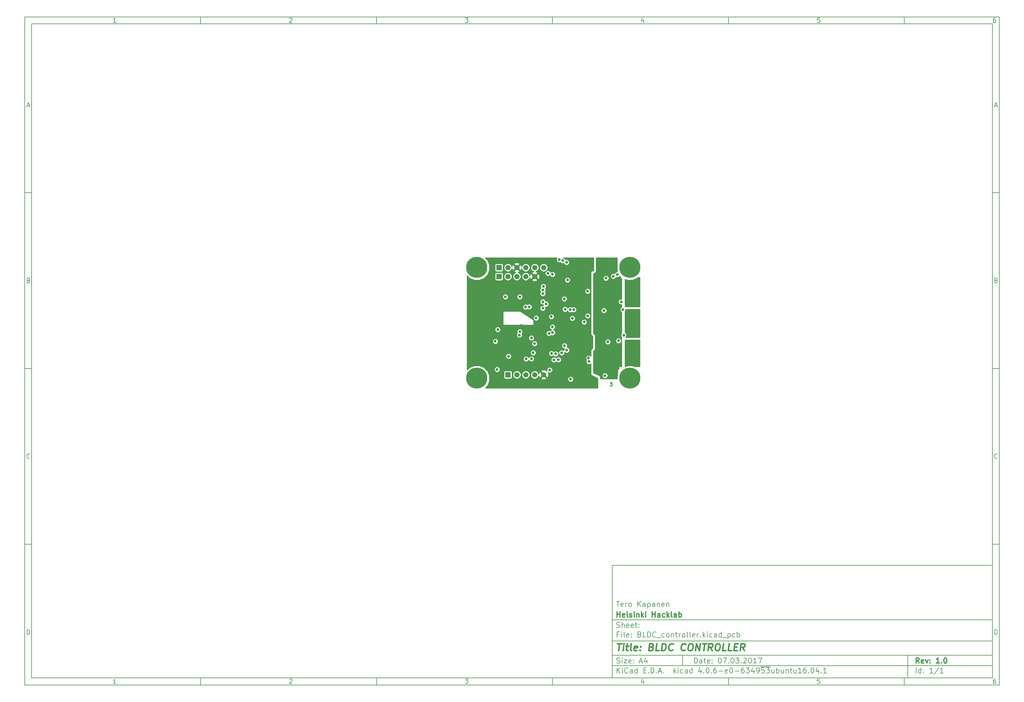
<source format=gbr>
G04 #@! TF.FileFunction,Copper,L3,Inr,Plane*
%FSLAX46Y46*%
G04 Gerber Fmt 4.6, Leading zero omitted, Abs format (unit mm)*
G04 Created by KiCad (PCBNEW 4.0.6-e0-6349~53~ubuntu16.04.1) date Tue Mar  7 23:33:07 2017*
%MOMM*%
%LPD*%
G01*
G04 APERTURE LIST*
%ADD10C,0.100000*%
%ADD11C,0.150000*%
%ADD12C,0.300000*%
%ADD13C,0.400000*%
%ADD14C,0.250000*%
%ADD15C,0.800000*%
%ADD16C,6.000000*%
%ADD17R,1.500000X1.500000*%
%ADD18C,1.500000*%
%ADD19C,1.200000*%
%ADD20C,0.254000*%
G04 APERTURE END LIST*
D10*
D11*
X177002200Y-166007200D02*
X177002200Y-198007200D01*
X285002200Y-198007200D01*
X285002200Y-166007200D01*
X177002200Y-166007200D01*
D10*
D11*
X10000000Y-10000000D02*
X10000000Y-200007200D01*
X287002200Y-200007200D01*
X287002200Y-10000000D01*
X10000000Y-10000000D01*
D10*
D11*
X12000000Y-12000000D02*
X12000000Y-198007200D01*
X285002200Y-198007200D01*
X285002200Y-12000000D01*
X12000000Y-12000000D01*
D10*
D11*
X60000000Y-12000000D02*
X60000000Y-10000000D01*
D10*
D11*
X110000000Y-12000000D02*
X110000000Y-10000000D01*
D10*
D11*
X160000000Y-12000000D02*
X160000000Y-10000000D01*
D10*
D11*
X210000000Y-12000000D02*
X210000000Y-10000000D01*
D10*
D11*
X260000000Y-12000000D02*
X260000000Y-10000000D01*
D10*
D11*
X35990476Y-11588095D02*
X35247619Y-11588095D01*
X35619048Y-11588095D02*
X35619048Y-10288095D01*
X35495238Y-10473810D01*
X35371429Y-10597619D01*
X35247619Y-10659524D01*
D10*
D11*
X85247619Y-10411905D02*
X85309524Y-10350000D01*
X85433333Y-10288095D01*
X85742857Y-10288095D01*
X85866667Y-10350000D01*
X85928571Y-10411905D01*
X85990476Y-10535714D01*
X85990476Y-10659524D01*
X85928571Y-10845238D01*
X85185714Y-11588095D01*
X85990476Y-11588095D01*
D10*
D11*
X135185714Y-10288095D02*
X135990476Y-10288095D01*
X135557143Y-10783333D01*
X135742857Y-10783333D01*
X135866667Y-10845238D01*
X135928571Y-10907143D01*
X135990476Y-11030952D01*
X135990476Y-11340476D01*
X135928571Y-11464286D01*
X135866667Y-11526190D01*
X135742857Y-11588095D01*
X135371429Y-11588095D01*
X135247619Y-11526190D01*
X135185714Y-11464286D01*
D10*
D11*
X185866667Y-10721429D02*
X185866667Y-11588095D01*
X185557143Y-10226190D02*
X185247619Y-11154762D01*
X186052381Y-11154762D01*
D10*
D11*
X235928571Y-10288095D02*
X235309524Y-10288095D01*
X235247619Y-10907143D01*
X235309524Y-10845238D01*
X235433333Y-10783333D01*
X235742857Y-10783333D01*
X235866667Y-10845238D01*
X235928571Y-10907143D01*
X235990476Y-11030952D01*
X235990476Y-11340476D01*
X235928571Y-11464286D01*
X235866667Y-11526190D01*
X235742857Y-11588095D01*
X235433333Y-11588095D01*
X235309524Y-11526190D01*
X235247619Y-11464286D01*
D10*
D11*
X285866667Y-10288095D02*
X285619048Y-10288095D01*
X285495238Y-10350000D01*
X285433333Y-10411905D01*
X285309524Y-10597619D01*
X285247619Y-10845238D01*
X285247619Y-11340476D01*
X285309524Y-11464286D01*
X285371429Y-11526190D01*
X285495238Y-11588095D01*
X285742857Y-11588095D01*
X285866667Y-11526190D01*
X285928571Y-11464286D01*
X285990476Y-11340476D01*
X285990476Y-11030952D01*
X285928571Y-10907143D01*
X285866667Y-10845238D01*
X285742857Y-10783333D01*
X285495238Y-10783333D01*
X285371429Y-10845238D01*
X285309524Y-10907143D01*
X285247619Y-11030952D01*
D10*
D11*
X60000000Y-198007200D02*
X60000000Y-200007200D01*
D10*
D11*
X110000000Y-198007200D02*
X110000000Y-200007200D01*
D10*
D11*
X160000000Y-198007200D02*
X160000000Y-200007200D01*
D10*
D11*
X210000000Y-198007200D02*
X210000000Y-200007200D01*
D10*
D11*
X260000000Y-198007200D02*
X260000000Y-200007200D01*
D10*
D11*
X35990476Y-199595295D02*
X35247619Y-199595295D01*
X35619048Y-199595295D02*
X35619048Y-198295295D01*
X35495238Y-198481010D01*
X35371429Y-198604819D01*
X35247619Y-198666724D01*
D10*
D11*
X85247619Y-198419105D02*
X85309524Y-198357200D01*
X85433333Y-198295295D01*
X85742857Y-198295295D01*
X85866667Y-198357200D01*
X85928571Y-198419105D01*
X85990476Y-198542914D01*
X85990476Y-198666724D01*
X85928571Y-198852438D01*
X85185714Y-199595295D01*
X85990476Y-199595295D01*
D10*
D11*
X135185714Y-198295295D02*
X135990476Y-198295295D01*
X135557143Y-198790533D01*
X135742857Y-198790533D01*
X135866667Y-198852438D01*
X135928571Y-198914343D01*
X135990476Y-199038152D01*
X135990476Y-199347676D01*
X135928571Y-199471486D01*
X135866667Y-199533390D01*
X135742857Y-199595295D01*
X135371429Y-199595295D01*
X135247619Y-199533390D01*
X135185714Y-199471486D01*
D10*
D11*
X185866667Y-198728629D02*
X185866667Y-199595295D01*
X185557143Y-198233390D02*
X185247619Y-199161962D01*
X186052381Y-199161962D01*
D10*
D11*
X235928571Y-198295295D02*
X235309524Y-198295295D01*
X235247619Y-198914343D01*
X235309524Y-198852438D01*
X235433333Y-198790533D01*
X235742857Y-198790533D01*
X235866667Y-198852438D01*
X235928571Y-198914343D01*
X235990476Y-199038152D01*
X235990476Y-199347676D01*
X235928571Y-199471486D01*
X235866667Y-199533390D01*
X235742857Y-199595295D01*
X235433333Y-199595295D01*
X235309524Y-199533390D01*
X235247619Y-199471486D01*
D10*
D11*
X285866667Y-198295295D02*
X285619048Y-198295295D01*
X285495238Y-198357200D01*
X285433333Y-198419105D01*
X285309524Y-198604819D01*
X285247619Y-198852438D01*
X285247619Y-199347676D01*
X285309524Y-199471486D01*
X285371429Y-199533390D01*
X285495238Y-199595295D01*
X285742857Y-199595295D01*
X285866667Y-199533390D01*
X285928571Y-199471486D01*
X285990476Y-199347676D01*
X285990476Y-199038152D01*
X285928571Y-198914343D01*
X285866667Y-198852438D01*
X285742857Y-198790533D01*
X285495238Y-198790533D01*
X285371429Y-198852438D01*
X285309524Y-198914343D01*
X285247619Y-199038152D01*
D10*
D11*
X10000000Y-60000000D02*
X12000000Y-60000000D01*
D10*
D11*
X10000000Y-110000000D02*
X12000000Y-110000000D01*
D10*
D11*
X10000000Y-160000000D02*
X12000000Y-160000000D01*
D10*
D11*
X10690476Y-35216667D02*
X11309524Y-35216667D01*
X10566667Y-35588095D02*
X11000000Y-34288095D01*
X11433333Y-35588095D01*
D10*
D11*
X11092857Y-84907143D02*
X11278571Y-84969048D01*
X11340476Y-85030952D01*
X11402381Y-85154762D01*
X11402381Y-85340476D01*
X11340476Y-85464286D01*
X11278571Y-85526190D01*
X11154762Y-85588095D01*
X10659524Y-85588095D01*
X10659524Y-84288095D01*
X11092857Y-84288095D01*
X11216667Y-84350000D01*
X11278571Y-84411905D01*
X11340476Y-84535714D01*
X11340476Y-84659524D01*
X11278571Y-84783333D01*
X11216667Y-84845238D01*
X11092857Y-84907143D01*
X10659524Y-84907143D01*
D10*
D11*
X11402381Y-135464286D02*
X11340476Y-135526190D01*
X11154762Y-135588095D01*
X11030952Y-135588095D01*
X10845238Y-135526190D01*
X10721429Y-135402381D01*
X10659524Y-135278571D01*
X10597619Y-135030952D01*
X10597619Y-134845238D01*
X10659524Y-134597619D01*
X10721429Y-134473810D01*
X10845238Y-134350000D01*
X11030952Y-134288095D01*
X11154762Y-134288095D01*
X11340476Y-134350000D01*
X11402381Y-134411905D01*
D10*
D11*
X10659524Y-185588095D02*
X10659524Y-184288095D01*
X10969048Y-184288095D01*
X11154762Y-184350000D01*
X11278571Y-184473810D01*
X11340476Y-184597619D01*
X11402381Y-184845238D01*
X11402381Y-185030952D01*
X11340476Y-185278571D01*
X11278571Y-185402381D01*
X11154762Y-185526190D01*
X10969048Y-185588095D01*
X10659524Y-185588095D01*
D10*
D11*
X287002200Y-60000000D02*
X285002200Y-60000000D01*
D10*
D11*
X287002200Y-110000000D02*
X285002200Y-110000000D01*
D10*
D11*
X287002200Y-160000000D02*
X285002200Y-160000000D01*
D10*
D11*
X285692676Y-35216667D02*
X286311724Y-35216667D01*
X285568867Y-35588095D02*
X286002200Y-34288095D01*
X286435533Y-35588095D01*
D10*
D11*
X286095057Y-84907143D02*
X286280771Y-84969048D01*
X286342676Y-85030952D01*
X286404581Y-85154762D01*
X286404581Y-85340476D01*
X286342676Y-85464286D01*
X286280771Y-85526190D01*
X286156962Y-85588095D01*
X285661724Y-85588095D01*
X285661724Y-84288095D01*
X286095057Y-84288095D01*
X286218867Y-84350000D01*
X286280771Y-84411905D01*
X286342676Y-84535714D01*
X286342676Y-84659524D01*
X286280771Y-84783333D01*
X286218867Y-84845238D01*
X286095057Y-84907143D01*
X285661724Y-84907143D01*
D10*
D11*
X286404581Y-135464286D02*
X286342676Y-135526190D01*
X286156962Y-135588095D01*
X286033152Y-135588095D01*
X285847438Y-135526190D01*
X285723629Y-135402381D01*
X285661724Y-135278571D01*
X285599819Y-135030952D01*
X285599819Y-134845238D01*
X285661724Y-134597619D01*
X285723629Y-134473810D01*
X285847438Y-134350000D01*
X286033152Y-134288095D01*
X286156962Y-134288095D01*
X286342676Y-134350000D01*
X286404581Y-134411905D01*
D10*
D11*
X285661724Y-185588095D02*
X285661724Y-184288095D01*
X285971248Y-184288095D01*
X286156962Y-184350000D01*
X286280771Y-184473810D01*
X286342676Y-184597619D01*
X286404581Y-184845238D01*
X286404581Y-185030952D01*
X286342676Y-185278571D01*
X286280771Y-185402381D01*
X286156962Y-185526190D01*
X285971248Y-185588095D01*
X285661724Y-185588095D01*
D10*
D11*
X200359343Y-193785771D02*
X200359343Y-192285771D01*
X200716486Y-192285771D01*
X200930771Y-192357200D01*
X201073629Y-192500057D01*
X201145057Y-192642914D01*
X201216486Y-192928629D01*
X201216486Y-193142914D01*
X201145057Y-193428629D01*
X201073629Y-193571486D01*
X200930771Y-193714343D01*
X200716486Y-193785771D01*
X200359343Y-193785771D01*
X202502200Y-193785771D02*
X202502200Y-193000057D01*
X202430771Y-192857200D01*
X202287914Y-192785771D01*
X202002200Y-192785771D01*
X201859343Y-192857200D01*
X202502200Y-193714343D02*
X202359343Y-193785771D01*
X202002200Y-193785771D01*
X201859343Y-193714343D01*
X201787914Y-193571486D01*
X201787914Y-193428629D01*
X201859343Y-193285771D01*
X202002200Y-193214343D01*
X202359343Y-193214343D01*
X202502200Y-193142914D01*
X203002200Y-192785771D02*
X203573629Y-192785771D01*
X203216486Y-192285771D02*
X203216486Y-193571486D01*
X203287914Y-193714343D01*
X203430772Y-193785771D01*
X203573629Y-193785771D01*
X204645057Y-193714343D02*
X204502200Y-193785771D01*
X204216486Y-193785771D01*
X204073629Y-193714343D01*
X204002200Y-193571486D01*
X204002200Y-193000057D01*
X204073629Y-192857200D01*
X204216486Y-192785771D01*
X204502200Y-192785771D01*
X204645057Y-192857200D01*
X204716486Y-193000057D01*
X204716486Y-193142914D01*
X204002200Y-193285771D01*
X205359343Y-193642914D02*
X205430771Y-193714343D01*
X205359343Y-193785771D01*
X205287914Y-193714343D01*
X205359343Y-193642914D01*
X205359343Y-193785771D01*
X205359343Y-192857200D02*
X205430771Y-192928629D01*
X205359343Y-193000057D01*
X205287914Y-192928629D01*
X205359343Y-192857200D01*
X205359343Y-193000057D01*
X207502200Y-192285771D02*
X207645057Y-192285771D01*
X207787914Y-192357200D01*
X207859343Y-192428629D01*
X207930772Y-192571486D01*
X208002200Y-192857200D01*
X208002200Y-193214343D01*
X207930772Y-193500057D01*
X207859343Y-193642914D01*
X207787914Y-193714343D01*
X207645057Y-193785771D01*
X207502200Y-193785771D01*
X207359343Y-193714343D01*
X207287914Y-193642914D01*
X207216486Y-193500057D01*
X207145057Y-193214343D01*
X207145057Y-192857200D01*
X207216486Y-192571486D01*
X207287914Y-192428629D01*
X207359343Y-192357200D01*
X207502200Y-192285771D01*
X208502200Y-192285771D02*
X209502200Y-192285771D01*
X208859343Y-193785771D01*
X210073628Y-193642914D02*
X210145056Y-193714343D01*
X210073628Y-193785771D01*
X210002199Y-193714343D01*
X210073628Y-193642914D01*
X210073628Y-193785771D01*
X211073628Y-192285771D02*
X211216485Y-192285771D01*
X211359342Y-192357200D01*
X211430771Y-192428629D01*
X211502200Y-192571486D01*
X211573628Y-192857200D01*
X211573628Y-193214343D01*
X211502200Y-193500057D01*
X211430771Y-193642914D01*
X211359342Y-193714343D01*
X211216485Y-193785771D01*
X211073628Y-193785771D01*
X210930771Y-193714343D01*
X210859342Y-193642914D01*
X210787914Y-193500057D01*
X210716485Y-193214343D01*
X210716485Y-192857200D01*
X210787914Y-192571486D01*
X210859342Y-192428629D01*
X210930771Y-192357200D01*
X211073628Y-192285771D01*
X212073628Y-192285771D02*
X213002199Y-192285771D01*
X212502199Y-192857200D01*
X212716485Y-192857200D01*
X212859342Y-192928629D01*
X212930771Y-193000057D01*
X213002199Y-193142914D01*
X213002199Y-193500057D01*
X212930771Y-193642914D01*
X212859342Y-193714343D01*
X212716485Y-193785771D01*
X212287913Y-193785771D01*
X212145056Y-193714343D01*
X212073628Y-193642914D01*
X213645056Y-193642914D02*
X213716484Y-193714343D01*
X213645056Y-193785771D01*
X213573627Y-193714343D01*
X213645056Y-193642914D01*
X213645056Y-193785771D01*
X214287913Y-192428629D02*
X214359342Y-192357200D01*
X214502199Y-192285771D01*
X214859342Y-192285771D01*
X215002199Y-192357200D01*
X215073628Y-192428629D01*
X215145056Y-192571486D01*
X215145056Y-192714343D01*
X215073628Y-192928629D01*
X214216485Y-193785771D01*
X215145056Y-193785771D01*
X216073627Y-192285771D02*
X216216484Y-192285771D01*
X216359341Y-192357200D01*
X216430770Y-192428629D01*
X216502199Y-192571486D01*
X216573627Y-192857200D01*
X216573627Y-193214343D01*
X216502199Y-193500057D01*
X216430770Y-193642914D01*
X216359341Y-193714343D01*
X216216484Y-193785771D01*
X216073627Y-193785771D01*
X215930770Y-193714343D01*
X215859341Y-193642914D01*
X215787913Y-193500057D01*
X215716484Y-193214343D01*
X215716484Y-192857200D01*
X215787913Y-192571486D01*
X215859341Y-192428629D01*
X215930770Y-192357200D01*
X216073627Y-192285771D01*
X218002198Y-193785771D02*
X217145055Y-193785771D01*
X217573627Y-193785771D02*
X217573627Y-192285771D01*
X217430770Y-192500057D01*
X217287912Y-192642914D01*
X217145055Y-192714343D01*
X218502198Y-192285771D02*
X219502198Y-192285771D01*
X218859341Y-193785771D01*
D10*
D11*
X177002200Y-194507200D02*
X285002200Y-194507200D01*
D10*
D11*
X178359343Y-196585771D02*
X178359343Y-195085771D01*
X179216486Y-196585771D02*
X178573629Y-195728629D01*
X179216486Y-195085771D02*
X178359343Y-195942914D01*
X179859343Y-196585771D02*
X179859343Y-195585771D01*
X179859343Y-195085771D02*
X179787914Y-195157200D01*
X179859343Y-195228629D01*
X179930771Y-195157200D01*
X179859343Y-195085771D01*
X179859343Y-195228629D01*
X181430772Y-196442914D02*
X181359343Y-196514343D01*
X181145057Y-196585771D01*
X181002200Y-196585771D01*
X180787915Y-196514343D01*
X180645057Y-196371486D01*
X180573629Y-196228629D01*
X180502200Y-195942914D01*
X180502200Y-195728629D01*
X180573629Y-195442914D01*
X180645057Y-195300057D01*
X180787915Y-195157200D01*
X181002200Y-195085771D01*
X181145057Y-195085771D01*
X181359343Y-195157200D01*
X181430772Y-195228629D01*
X182716486Y-196585771D02*
X182716486Y-195800057D01*
X182645057Y-195657200D01*
X182502200Y-195585771D01*
X182216486Y-195585771D01*
X182073629Y-195657200D01*
X182716486Y-196514343D02*
X182573629Y-196585771D01*
X182216486Y-196585771D01*
X182073629Y-196514343D01*
X182002200Y-196371486D01*
X182002200Y-196228629D01*
X182073629Y-196085771D01*
X182216486Y-196014343D01*
X182573629Y-196014343D01*
X182716486Y-195942914D01*
X184073629Y-196585771D02*
X184073629Y-195085771D01*
X184073629Y-196514343D02*
X183930772Y-196585771D01*
X183645058Y-196585771D01*
X183502200Y-196514343D01*
X183430772Y-196442914D01*
X183359343Y-196300057D01*
X183359343Y-195871486D01*
X183430772Y-195728629D01*
X183502200Y-195657200D01*
X183645058Y-195585771D01*
X183930772Y-195585771D01*
X184073629Y-195657200D01*
X185930772Y-195800057D02*
X186430772Y-195800057D01*
X186645058Y-196585771D02*
X185930772Y-196585771D01*
X185930772Y-195085771D01*
X186645058Y-195085771D01*
X187287915Y-196442914D02*
X187359343Y-196514343D01*
X187287915Y-196585771D01*
X187216486Y-196514343D01*
X187287915Y-196442914D01*
X187287915Y-196585771D01*
X188002201Y-196585771D02*
X188002201Y-195085771D01*
X188359344Y-195085771D01*
X188573629Y-195157200D01*
X188716487Y-195300057D01*
X188787915Y-195442914D01*
X188859344Y-195728629D01*
X188859344Y-195942914D01*
X188787915Y-196228629D01*
X188716487Y-196371486D01*
X188573629Y-196514343D01*
X188359344Y-196585771D01*
X188002201Y-196585771D01*
X189502201Y-196442914D02*
X189573629Y-196514343D01*
X189502201Y-196585771D01*
X189430772Y-196514343D01*
X189502201Y-196442914D01*
X189502201Y-196585771D01*
X190145058Y-196157200D02*
X190859344Y-196157200D01*
X190002201Y-196585771D02*
X190502201Y-195085771D01*
X191002201Y-196585771D01*
X191502201Y-196442914D02*
X191573629Y-196514343D01*
X191502201Y-196585771D01*
X191430772Y-196514343D01*
X191502201Y-196442914D01*
X191502201Y-196585771D01*
X194502201Y-196585771D02*
X194502201Y-195085771D01*
X194645058Y-196014343D02*
X195073629Y-196585771D01*
X195073629Y-195585771D02*
X194502201Y-196157200D01*
X195716487Y-196585771D02*
X195716487Y-195585771D01*
X195716487Y-195085771D02*
X195645058Y-195157200D01*
X195716487Y-195228629D01*
X195787915Y-195157200D01*
X195716487Y-195085771D01*
X195716487Y-195228629D01*
X197073630Y-196514343D02*
X196930773Y-196585771D01*
X196645059Y-196585771D01*
X196502201Y-196514343D01*
X196430773Y-196442914D01*
X196359344Y-196300057D01*
X196359344Y-195871486D01*
X196430773Y-195728629D01*
X196502201Y-195657200D01*
X196645059Y-195585771D01*
X196930773Y-195585771D01*
X197073630Y-195657200D01*
X198359344Y-196585771D02*
X198359344Y-195800057D01*
X198287915Y-195657200D01*
X198145058Y-195585771D01*
X197859344Y-195585771D01*
X197716487Y-195657200D01*
X198359344Y-196514343D02*
X198216487Y-196585771D01*
X197859344Y-196585771D01*
X197716487Y-196514343D01*
X197645058Y-196371486D01*
X197645058Y-196228629D01*
X197716487Y-196085771D01*
X197859344Y-196014343D01*
X198216487Y-196014343D01*
X198359344Y-195942914D01*
X199716487Y-196585771D02*
X199716487Y-195085771D01*
X199716487Y-196514343D02*
X199573630Y-196585771D01*
X199287916Y-196585771D01*
X199145058Y-196514343D01*
X199073630Y-196442914D01*
X199002201Y-196300057D01*
X199002201Y-195871486D01*
X199073630Y-195728629D01*
X199145058Y-195657200D01*
X199287916Y-195585771D01*
X199573630Y-195585771D01*
X199716487Y-195657200D01*
X202216487Y-195585771D02*
X202216487Y-196585771D01*
X201859344Y-195014343D02*
X201502201Y-196085771D01*
X202430773Y-196085771D01*
X203002201Y-196442914D02*
X203073629Y-196514343D01*
X203002201Y-196585771D01*
X202930772Y-196514343D01*
X203002201Y-196442914D01*
X203002201Y-196585771D01*
X204002201Y-195085771D02*
X204145058Y-195085771D01*
X204287915Y-195157200D01*
X204359344Y-195228629D01*
X204430773Y-195371486D01*
X204502201Y-195657200D01*
X204502201Y-196014343D01*
X204430773Y-196300057D01*
X204359344Y-196442914D01*
X204287915Y-196514343D01*
X204145058Y-196585771D01*
X204002201Y-196585771D01*
X203859344Y-196514343D01*
X203787915Y-196442914D01*
X203716487Y-196300057D01*
X203645058Y-196014343D01*
X203645058Y-195657200D01*
X203716487Y-195371486D01*
X203787915Y-195228629D01*
X203859344Y-195157200D01*
X204002201Y-195085771D01*
X205145058Y-196442914D02*
X205216486Y-196514343D01*
X205145058Y-196585771D01*
X205073629Y-196514343D01*
X205145058Y-196442914D01*
X205145058Y-196585771D01*
X206502201Y-195085771D02*
X206216487Y-195085771D01*
X206073630Y-195157200D01*
X206002201Y-195228629D01*
X205859344Y-195442914D01*
X205787915Y-195728629D01*
X205787915Y-196300057D01*
X205859344Y-196442914D01*
X205930772Y-196514343D01*
X206073630Y-196585771D01*
X206359344Y-196585771D01*
X206502201Y-196514343D01*
X206573630Y-196442914D01*
X206645058Y-196300057D01*
X206645058Y-195942914D01*
X206573630Y-195800057D01*
X206502201Y-195728629D01*
X206359344Y-195657200D01*
X206073630Y-195657200D01*
X205930772Y-195728629D01*
X205859344Y-195800057D01*
X205787915Y-195942914D01*
X207287915Y-196014343D02*
X208430772Y-196014343D01*
X209716486Y-196514343D02*
X209573629Y-196585771D01*
X209287915Y-196585771D01*
X209145058Y-196514343D01*
X209073629Y-196371486D01*
X209073629Y-195800057D01*
X209145058Y-195657200D01*
X209287915Y-195585771D01*
X209573629Y-195585771D01*
X209716486Y-195657200D01*
X209787915Y-195800057D01*
X209787915Y-195942914D01*
X209073629Y-196085771D01*
X210716486Y-195085771D02*
X210859343Y-195085771D01*
X211002200Y-195157200D01*
X211073629Y-195228629D01*
X211145058Y-195371486D01*
X211216486Y-195657200D01*
X211216486Y-196014343D01*
X211145058Y-196300057D01*
X211073629Y-196442914D01*
X211002200Y-196514343D01*
X210859343Y-196585771D01*
X210716486Y-196585771D01*
X210573629Y-196514343D01*
X210502200Y-196442914D01*
X210430772Y-196300057D01*
X210359343Y-196014343D01*
X210359343Y-195657200D01*
X210430772Y-195371486D01*
X210502200Y-195228629D01*
X210573629Y-195157200D01*
X210716486Y-195085771D01*
X211859343Y-196014343D02*
X213002200Y-196014343D01*
X214359343Y-195085771D02*
X214073629Y-195085771D01*
X213930772Y-195157200D01*
X213859343Y-195228629D01*
X213716486Y-195442914D01*
X213645057Y-195728629D01*
X213645057Y-196300057D01*
X213716486Y-196442914D01*
X213787914Y-196514343D01*
X213930772Y-196585771D01*
X214216486Y-196585771D01*
X214359343Y-196514343D01*
X214430772Y-196442914D01*
X214502200Y-196300057D01*
X214502200Y-195942914D01*
X214430772Y-195800057D01*
X214359343Y-195728629D01*
X214216486Y-195657200D01*
X213930772Y-195657200D01*
X213787914Y-195728629D01*
X213716486Y-195800057D01*
X213645057Y-195942914D01*
X215002200Y-195085771D02*
X215930771Y-195085771D01*
X215430771Y-195657200D01*
X215645057Y-195657200D01*
X215787914Y-195728629D01*
X215859343Y-195800057D01*
X215930771Y-195942914D01*
X215930771Y-196300057D01*
X215859343Y-196442914D01*
X215787914Y-196514343D01*
X215645057Y-196585771D01*
X215216485Y-196585771D01*
X215073628Y-196514343D01*
X215002200Y-196442914D01*
X217216485Y-195585771D02*
X217216485Y-196585771D01*
X216859342Y-195014343D02*
X216502199Y-196085771D01*
X217430771Y-196085771D01*
X218073627Y-196585771D02*
X218359342Y-196585771D01*
X218502199Y-196514343D01*
X218573627Y-196442914D01*
X218716485Y-196228629D01*
X218787913Y-195942914D01*
X218787913Y-195371486D01*
X218716485Y-195228629D01*
X218645056Y-195157200D01*
X218502199Y-195085771D01*
X218216485Y-195085771D01*
X218073627Y-195157200D01*
X218002199Y-195228629D01*
X217930770Y-195371486D01*
X217930770Y-195728629D01*
X218002199Y-195871486D01*
X218073627Y-195942914D01*
X218216485Y-196014343D01*
X218502199Y-196014343D01*
X218645056Y-195942914D01*
X218716485Y-195871486D01*
X218787913Y-195728629D01*
X220145056Y-195085771D02*
X219430770Y-195085771D01*
X219359341Y-195800057D01*
X219430770Y-195728629D01*
X219573627Y-195657200D01*
X219930770Y-195657200D01*
X220073627Y-195728629D01*
X220145056Y-195800057D01*
X220216484Y-195942914D01*
X220216484Y-196300057D01*
X220145056Y-196442914D01*
X220073627Y-196514343D01*
X219930770Y-196585771D01*
X219573627Y-196585771D01*
X219430770Y-196514343D01*
X219359341Y-196442914D01*
X220716484Y-195085771D02*
X221645055Y-195085771D01*
X221145055Y-195657200D01*
X221359341Y-195657200D01*
X221502198Y-195728629D01*
X221573627Y-195800057D01*
X221645055Y-195942914D01*
X221645055Y-196300057D01*
X221573627Y-196442914D01*
X221502198Y-196514343D01*
X221359341Y-196585771D01*
X220930769Y-196585771D01*
X220787912Y-196514343D01*
X220716484Y-196442914D01*
X219073627Y-194827200D02*
X221930769Y-194827200D01*
X222930769Y-195585771D02*
X222930769Y-196585771D01*
X222287912Y-195585771D02*
X222287912Y-196371486D01*
X222359340Y-196514343D01*
X222502198Y-196585771D01*
X222716483Y-196585771D01*
X222859340Y-196514343D01*
X222930769Y-196442914D01*
X223645055Y-196585771D02*
X223645055Y-195085771D01*
X223645055Y-195657200D02*
X223787912Y-195585771D01*
X224073626Y-195585771D01*
X224216483Y-195657200D01*
X224287912Y-195728629D01*
X224359341Y-195871486D01*
X224359341Y-196300057D01*
X224287912Y-196442914D01*
X224216483Y-196514343D01*
X224073626Y-196585771D01*
X223787912Y-196585771D01*
X223645055Y-196514343D01*
X225645055Y-195585771D02*
X225645055Y-196585771D01*
X225002198Y-195585771D02*
X225002198Y-196371486D01*
X225073626Y-196514343D01*
X225216484Y-196585771D01*
X225430769Y-196585771D01*
X225573626Y-196514343D01*
X225645055Y-196442914D01*
X226359341Y-195585771D02*
X226359341Y-196585771D01*
X226359341Y-195728629D02*
X226430769Y-195657200D01*
X226573627Y-195585771D01*
X226787912Y-195585771D01*
X226930769Y-195657200D01*
X227002198Y-195800057D01*
X227002198Y-196585771D01*
X227502198Y-195585771D02*
X228073627Y-195585771D01*
X227716484Y-195085771D02*
X227716484Y-196371486D01*
X227787912Y-196514343D01*
X227930770Y-196585771D01*
X228073627Y-196585771D01*
X229216484Y-195585771D02*
X229216484Y-196585771D01*
X228573627Y-195585771D02*
X228573627Y-196371486D01*
X228645055Y-196514343D01*
X228787913Y-196585771D01*
X229002198Y-196585771D01*
X229145055Y-196514343D01*
X229216484Y-196442914D01*
X230716484Y-196585771D02*
X229859341Y-196585771D01*
X230287913Y-196585771D02*
X230287913Y-195085771D01*
X230145056Y-195300057D01*
X230002198Y-195442914D01*
X229859341Y-195514343D01*
X232002198Y-195085771D02*
X231716484Y-195085771D01*
X231573627Y-195157200D01*
X231502198Y-195228629D01*
X231359341Y-195442914D01*
X231287912Y-195728629D01*
X231287912Y-196300057D01*
X231359341Y-196442914D01*
X231430769Y-196514343D01*
X231573627Y-196585771D01*
X231859341Y-196585771D01*
X232002198Y-196514343D01*
X232073627Y-196442914D01*
X232145055Y-196300057D01*
X232145055Y-195942914D01*
X232073627Y-195800057D01*
X232002198Y-195728629D01*
X231859341Y-195657200D01*
X231573627Y-195657200D01*
X231430769Y-195728629D01*
X231359341Y-195800057D01*
X231287912Y-195942914D01*
X232787912Y-196442914D02*
X232859340Y-196514343D01*
X232787912Y-196585771D01*
X232716483Y-196514343D01*
X232787912Y-196442914D01*
X232787912Y-196585771D01*
X233787912Y-195085771D02*
X233930769Y-195085771D01*
X234073626Y-195157200D01*
X234145055Y-195228629D01*
X234216484Y-195371486D01*
X234287912Y-195657200D01*
X234287912Y-196014343D01*
X234216484Y-196300057D01*
X234145055Y-196442914D01*
X234073626Y-196514343D01*
X233930769Y-196585771D01*
X233787912Y-196585771D01*
X233645055Y-196514343D01*
X233573626Y-196442914D01*
X233502198Y-196300057D01*
X233430769Y-196014343D01*
X233430769Y-195657200D01*
X233502198Y-195371486D01*
X233573626Y-195228629D01*
X233645055Y-195157200D01*
X233787912Y-195085771D01*
X235573626Y-195585771D02*
X235573626Y-196585771D01*
X235216483Y-195014343D02*
X234859340Y-196085771D01*
X235787912Y-196085771D01*
X236359340Y-196442914D02*
X236430768Y-196514343D01*
X236359340Y-196585771D01*
X236287911Y-196514343D01*
X236359340Y-196442914D01*
X236359340Y-196585771D01*
X237859340Y-196585771D02*
X237002197Y-196585771D01*
X237430769Y-196585771D02*
X237430769Y-195085771D01*
X237287912Y-195300057D01*
X237145054Y-195442914D01*
X237002197Y-195514343D01*
D10*
D11*
X177002200Y-191507200D02*
X285002200Y-191507200D01*
D10*
D12*
X264216486Y-193785771D02*
X263716486Y-193071486D01*
X263359343Y-193785771D02*
X263359343Y-192285771D01*
X263930771Y-192285771D01*
X264073629Y-192357200D01*
X264145057Y-192428629D01*
X264216486Y-192571486D01*
X264216486Y-192785771D01*
X264145057Y-192928629D01*
X264073629Y-193000057D01*
X263930771Y-193071486D01*
X263359343Y-193071486D01*
X265430771Y-193714343D02*
X265287914Y-193785771D01*
X265002200Y-193785771D01*
X264859343Y-193714343D01*
X264787914Y-193571486D01*
X264787914Y-193000057D01*
X264859343Y-192857200D01*
X265002200Y-192785771D01*
X265287914Y-192785771D01*
X265430771Y-192857200D01*
X265502200Y-193000057D01*
X265502200Y-193142914D01*
X264787914Y-193285771D01*
X266002200Y-192785771D02*
X266359343Y-193785771D01*
X266716485Y-192785771D01*
X267287914Y-193642914D02*
X267359342Y-193714343D01*
X267287914Y-193785771D01*
X267216485Y-193714343D01*
X267287914Y-193642914D01*
X267287914Y-193785771D01*
X267287914Y-192857200D02*
X267359342Y-192928629D01*
X267287914Y-193000057D01*
X267216485Y-192928629D01*
X267287914Y-192857200D01*
X267287914Y-193000057D01*
X269930771Y-193785771D02*
X269073628Y-193785771D01*
X269502200Y-193785771D02*
X269502200Y-192285771D01*
X269359343Y-192500057D01*
X269216485Y-192642914D01*
X269073628Y-192714343D01*
X270573628Y-193642914D02*
X270645056Y-193714343D01*
X270573628Y-193785771D01*
X270502199Y-193714343D01*
X270573628Y-193642914D01*
X270573628Y-193785771D01*
X271573628Y-192285771D02*
X271716485Y-192285771D01*
X271859342Y-192357200D01*
X271930771Y-192428629D01*
X272002200Y-192571486D01*
X272073628Y-192857200D01*
X272073628Y-193214343D01*
X272002200Y-193500057D01*
X271930771Y-193642914D01*
X271859342Y-193714343D01*
X271716485Y-193785771D01*
X271573628Y-193785771D01*
X271430771Y-193714343D01*
X271359342Y-193642914D01*
X271287914Y-193500057D01*
X271216485Y-193214343D01*
X271216485Y-192857200D01*
X271287914Y-192571486D01*
X271359342Y-192428629D01*
X271430771Y-192357200D01*
X271573628Y-192285771D01*
D10*
D11*
X178287914Y-193714343D02*
X178502200Y-193785771D01*
X178859343Y-193785771D01*
X179002200Y-193714343D01*
X179073629Y-193642914D01*
X179145057Y-193500057D01*
X179145057Y-193357200D01*
X179073629Y-193214343D01*
X179002200Y-193142914D01*
X178859343Y-193071486D01*
X178573629Y-193000057D01*
X178430771Y-192928629D01*
X178359343Y-192857200D01*
X178287914Y-192714343D01*
X178287914Y-192571486D01*
X178359343Y-192428629D01*
X178430771Y-192357200D01*
X178573629Y-192285771D01*
X178930771Y-192285771D01*
X179145057Y-192357200D01*
X179787914Y-193785771D02*
X179787914Y-192785771D01*
X179787914Y-192285771D02*
X179716485Y-192357200D01*
X179787914Y-192428629D01*
X179859342Y-192357200D01*
X179787914Y-192285771D01*
X179787914Y-192428629D01*
X180359343Y-192785771D02*
X181145057Y-192785771D01*
X180359343Y-193785771D01*
X181145057Y-193785771D01*
X182287914Y-193714343D02*
X182145057Y-193785771D01*
X181859343Y-193785771D01*
X181716486Y-193714343D01*
X181645057Y-193571486D01*
X181645057Y-193000057D01*
X181716486Y-192857200D01*
X181859343Y-192785771D01*
X182145057Y-192785771D01*
X182287914Y-192857200D01*
X182359343Y-193000057D01*
X182359343Y-193142914D01*
X181645057Y-193285771D01*
X183002200Y-193642914D02*
X183073628Y-193714343D01*
X183002200Y-193785771D01*
X182930771Y-193714343D01*
X183002200Y-193642914D01*
X183002200Y-193785771D01*
X183002200Y-192857200D02*
X183073628Y-192928629D01*
X183002200Y-193000057D01*
X182930771Y-192928629D01*
X183002200Y-192857200D01*
X183002200Y-193000057D01*
X184787914Y-193357200D02*
X185502200Y-193357200D01*
X184645057Y-193785771D02*
X185145057Y-192285771D01*
X185645057Y-193785771D01*
X186787914Y-192785771D02*
X186787914Y-193785771D01*
X186430771Y-192214343D02*
X186073628Y-193285771D01*
X187002200Y-193285771D01*
D10*
D11*
X263359343Y-196585771D02*
X263359343Y-195085771D01*
X264716486Y-196585771D02*
X264716486Y-195085771D01*
X264716486Y-196514343D02*
X264573629Y-196585771D01*
X264287915Y-196585771D01*
X264145057Y-196514343D01*
X264073629Y-196442914D01*
X264002200Y-196300057D01*
X264002200Y-195871486D01*
X264073629Y-195728629D01*
X264145057Y-195657200D01*
X264287915Y-195585771D01*
X264573629Y-195585771D01*
X264716486Y-195657200D01*
X265430772Y-196442914D02*
X265502200Y-196514343D01*
X265430772Y-196585771D01*
X265359343Y-196514343D01*
X265430772Y-196442914D01*
X265430772Y-196585771D01*
X265430772Y-195657200D02*
X265502200Y-195728629D01*
X265430772Y-195800057D01*
X265359343Y-195728629D01*
X265430772Y-195657200D01*
X265430772Y-195800057D01*
X268073629Y-196585771D02*
X267216486Y-196585771D01*
X267645058Y-196585771D02*
X267645058Y-195085771D01*
X267502201Y-195300057D01*
X267359343Y-195442914D01*
X267216486Y-195514343D01*
X269787914Y-195014343D02*
X268502200Y-196942914D01*
X271073629Y-196585771D02*
X270216486Y-196585771D01*
X270645058Y-196585771D02*
X270645058Y-195085771D01*
X270502201Y-195300057D01*
X270359343Y-195442914D01*
X270216486Y-195514343D01*
D10*
D11*
X177002200Y-187507200D02*
X285002200Y-187507200D01*
D10*
D13*
X178454581Y-188211962D02*
X179597438Y-188211962D01*
X178776010Y-190211962D02*
X179026010Y-188211962D01*
X180014105Y-190211962D02*
X180180771Y-188878629D01*
X180264105Y-188211962D02*
X180156962Y-188307200D01*
X180240295Y-188402438D01*
X180347439Y-188307200D01*
X180264105Y-188211962D01*
X180240295Y-188402438D01*
X180847438Y-188878629D02*
X181609343Y-188878629D01*
X181216486Y-188211962D02*
X181002200Y-189926248D01*
X181073630Y-190116724D01*
X181252201Y-190211962D01*
X181442677Y-190211962D01*
X182395058Y-190211962D02*
X182216487Y-190116724D01*
X182145057Y-189926248D01*
X182359343Y-188211962D01*
X183930772Y-190116724D02*
X183728391Y-190211962D01*
X183347439Y-190211962D01*
X183168867Y-190116724D01*
X183097438Y-189926248D01*
X183192676Y-189164343D01*
X183311724Y-188973867D01*
X183514105Y-188878629D01*
X183895057Y-188878629D01*
X184073629Y-188973867D01*
X184145057Y-189164343D01*
X184121248Y-189354819D01*
X183145057Y-189545295D01*
X184895057Y-190021486D02*
X184978392Y-190116724D01*
X184871248Y-190211962D01*
X184787915Y-190116724D01*
X184895057Y-190021486D01*
X184871248Y-190211962D01*
X185026010Y-188973867D02*
X185109344Y-189069105D01*
X185002200Y-189164343D01*
X184918867Y-189069105D01*
X185026010Y-188973867D01*
X185002200Y-189164343D01*
X188145058Y-189164343D02*
X188418867Y-189259581D01*
X188502202Y-189354819D01*
X188573630Y-189545295D01*
X188537916Y-189831010D01*
X188418868Y-190021486D01*
X188311725Y-190116724D01*
X188109344Y-190211962D01*
X187347439Y-190211962D01*
X187597439Y-188211962D01*
X188264106Y-188211962D01*
X188442677Y-188307200D01*
X188526010Y-188402438D01*
X188597440Y-188592914D01*
X188573630Y-188783390D01*
X188454582Y-188973867D01*
X188347439Y-189069105D01*
X188145058Y-189164343D01*
X187478391Y-189164343D01*
X190299820Y-190211962D02*
X189347439Y-190211962D01*
X189597439Y-188211962D01*
X190966487Y-190211962D02*
X191216487Y-188211962D01*
X191692678Y-188211962D01*
X191966487Y-188307200D01*
X192133154Y-188497676D01*
X192204583Y-188688152D01*
X192252202Y-189069105D01*
X192216488Y-189354819D01*
X192073631Y-189735771D01*
X191954582Y-189926248D01*
X191740297Y-190116724D01*
X191442678Y-190211962D01*
X190966487Y-190211962D01*
X194133154Y-190021486D02*
X194026012Y-190116724D01*
X193728392Y-190211962D01*
X193537916Y-190211962D01*
X193264107Y-190116724D01*
X193097440Y-189926248D01*
X193026011Y-189735771D01*
X192978392Y-189354819D01*
X193014106Y-189069105D01*
X193156963Y-188688152D01*
X193276012Y-188497676D01*
X193490297Y-188307200D01*
X193787916Y-188211962D01*
X193978392Y-188211962D01*
X194252202Y-188307200D01*
X194335535Y-188402438D01*
X197656964Y-190021486D02*
X197549822Y-190116724D01*
X197252202Y-190211962D01*
X197061726Y-190211962D01*
X196787917Y-190116724D01*
X196621250Y-189926248D01*
X196549821Y-189735771D01*
X196502202Y-189354819D01*
X196537916Y-189069105D01*
X196680773Y-188688152D01*
X196799822Y-188497676D01*
X197014107Y-188307200D01*
X197311726Y-188211962D01*
X197502202Y-188211962D01*
X197776012Y-188307200D01*
X197859345Y-188402438D01*
X199121250Y-188211962D02*
X199502202Y-188211962D01*
X199680773Y-188307200D01*
X199847441Y-188497676D01*
X199895059Y-188878629D01*
X199811726Y-189545295D01*
X199668869Y-189926248D01*
X199454583Y-190116724D01*
X199252202Y-190211962D01*
X198871250Y-190211962D01*
X198692679Y-190116724D01*
X198526011Y-189926248D01*
X198478392Y-189545295D01*
X198561725Y-188878629D01*
X198704583Y-188497676D01*
X198918869Y-188307200D01*
X199121250Y-188211962D01*
X200585535Y-190211962D02*
X200835535Y-188211962D01*
X201728393Y-190211962D01*
X201978393Y-188211962D01*
X202645059Y-188211962D02*
X203787916Y-188211962D01*
X202966488Y-190211962D02*
X203216488Y-188211962D01*
X205347441Y-190211962D02*
X204799821Y-189259581D01*
X204204583Y-190211962D02*
X204454583Y-188211962D01*
X205216488Y-188211962D01*
X205395059Y-188307200D01*
X205478393Y-188402438D01*
X205549822Y-188592914D01*
X205514107Y-188878629D01*
X205395060Y-189069105D01*
X205287916Y-189164343D01*
X205085535Y-189259581D01*
X204323630Y-189259581D01*
X206835536Y-188211962D02*
X207216488Y-188211962D01*
X207395059Y-188307200D01*
X207561727Y-188497676D01*
X207609345Y-188878629D01*
X207526012Y-189545295D01*
X207383155Y-189926248D01*
X207168869Y-190116724D01*
X206966488Y-190211962D01*
X206585536Y-190211962D01*
X206406965Y-190116724D01*
X206240297Y-189926248D01*
X206192678Y-189545295D01*
X206276011Y-188878629D01*
X206418869Y-188497676D01*
X206633155Y-188307200D01*
X206835536Y-188211962D01*
X209252202Y-190211962D02*
X208299821Y-190211962D01*
X208549821Y-188211962D01*
X210871250Y-190211962D02*
X209918869Y-190211962D01*
X210168869Y-188211962D01*
X211668869Y-189164343D02*
X212335536Y-189164343D01*
X212490298Y-190211962D02*
X211537917Y-190211962D01*
X211787917Y-188211962D01*
X212740298Y-188211962D01*
X214490299Y-190211962D02*
X213942679Y-189259581D01*
X213347441Y-190211962D02*
X213597441Y-188211962D01*
X214359346Y-188211962D01*
X214537917Y-188307200D01*
X214621251Y-188402438D01*
X214692680Y-188592914D01*
X214656965Y-188878629D01*
X214537918Y-189069105D01*
X214430774Y-189164343D01*
X214228393Y-189259581D01*
X213466488Y-189259581D01*
D10*
D11*
X178859343Y-185600057D02*
X178359343Y-185600057D01*
X178359343Y-186385771D02*
X178359343Y-184885771D01*
X179073629Y-184885771D01*
X179645057Y-186385771D02*
X179645057Y-185385771D01*
X179645057Y-184885771D02*
X179573628Y-184957200D01*
X179645057Y-185028629D01*
X179716485Y-184957200D01*
X179645057Y-184885771D01*
X179645057Y-185028629D01*
X180573629Y-186385771D02*
X180430771Y-186314343D01*
X180359343Y-186171486D01*
X180359343Y-184885771D01*
X181716485Y-186314343D02*
X181573628Y-186385771D01*
X181287914Y-186385771D01*
X181145057Y-186314343D01*
X181073628Y-186171486D01*
X181073628Y-185600057D01*
X181145057Y-185457200D01*
X181287914Y-185385771D01*
X181573628Y-185385771D01*
X181716485Y-185457200D01*
X181787914Y-185600057D01*
X181787914Y-185742914D01*
X181073628Y-185885771D01*
X182430771Y-186242914D02*
X182502199Y-186314343D01*
X182430771Y-186385771D01*
X182359342Y-186314343D01*
X182430771Y-186242914D01*
X182430771Y-186385771D01*
X182430771Y-185457200D02*
X182502199Y-185528629D01*
X182430771Y-185600057D01*
X182359342Y-185528629D01*
X182430771Y-185457200D01*
X182430771Y-185600057D01*
X184787914Y-185600057D02*
X185002200Y-185671486D01*
X185073628Y-185742914D01*
X185145057Y-185885771D01*
X185145057Y-186100057D01*
X185073628Y-186242914D01*
X185002200Y-186314343D01*
X184859342Y-186385771D01*
X184287914Y-186385771D01*
X184287914Y-184885771D01*
X184787914Y-184885771D01*
X184930771Y-184957200D01*
X185002200Y-185028629D01*
X185073628Y-185171486D01*
X185073628Y-185314343D01*
X185002200Y-185457200D01*
X184930771Y-185528629D01*
X184787914Y-185600057D01*
X184287914Y-185600057D01*
X186502200Y-186385771D02*
X185787914Y-186385771D01*
X185787914Y-184885771D01*
X187002200Y-186385771D02*
X187002200Y-184885771D01*
X187359343Y-184885771D01*
X187573628Y-184957200D01*
X187716486Y-185100057D01*
X187787914Y-185242914D01*
X187859343Y-185528629D01*
X187859343Y-185742914D01*
X187787914Y-186028629D01*
X187716486Y-186171486D01*
X187573628Y-186314343D01*
X187359343Y-186385771D01*
X187002200Y-186385771D01*
X189359343Y-186242914D02*
X189287914Y-186314343D01*
X189073628Y-186385771D01*
X188930771Y-186385771D01*
X188716486Y-186314343D01*
X188573628Y-186171486D01*
X188502200Y-186028629D01*
X188430771Y-185742914D01*
X188430771Y-185528629D01*
X188502200Y-185242914D01*
X188573628Y-185100057D01*
X188716486Y-184957200D01*
X188930771Y-184885771D01*
X189073628Y-184885771D01*
X189287914Y-184957200D01*
X189359343Y-185028629D01*
X189645057Y-186528629D02*
X190787914Y-186528629D01*
X191787914Y-186314343D02*
X191645057Y-186385771D01*
X191359343Y-186385771D01*
X191216485Y-186314343D01*
X191145057Y-186242914D01*
X191073628Y-186100057D01*
X191073628Y-185671486D01*
X191145057Y-185528629D01*
X191216485Y-185457200D01*
X191359343Y-185385771D01*
X191645057Y-185385771D01*
X191787914Y-185457200D01*
X192645057Y-186385771D02*
X192502199Y-186314343D01*
X192430771Y-186242914D01*
X192359342Y-186100057D01*
X192359342Y-185671486D01*
X192430771Y-185528629D01*
X192502199Y-185457200D01*
X192645057Y-185385771D01*
X192859342Y-185385771D01*
X193002199Y-185457200D01*
X193073628Y-185528629D01*
X193145057Y-185671486D01*
X193145057Y-186100057D01*
X193073628Y-186242914D01*
X193002199Y-186314343D01*
X192859342Y-186385771D01*
X192645057Y-186385771D01*
X193787914Y-185385771D02*
X193787914Y-186385771D01*
X193787914Y-185528629D02*
X193859342Y-185457200D01*
X194002200Y-185385771D01*
X194216485Y-185385771D01*
X194359342Y-185457200D01*
X194430771Y-185600057D01*
X194430771Y-186385771D01*
X194930771Y-185385771D02*
X195502200Y-185385771D01*
X195145057Y-184885771D02*
X195145057Y-186171486D01*
X195216485Y-186314343D01*
X195359343Y-186385771D01*
X195502200Y-186385771D01*
X196002200Y-186385771D02*
X196002200Y-185385771D01*
X196002200Y-185671486D02*
X196073628Y-185528629D01*
X196145057Y-185457200D01*
X196287914Y-185385771D01*
X196430771Y-185385771D01*
X197145057Y-186385771D02*
X197002199Y-186314343D01*
X196930771Y-186242914D01*
X196859342Y-186100057D01*
X196859342Y-185671486D01*
X196930771Y-185528629D01*
X197002199Y-185457200D01*
X197145057Y-185385771D01*
X197359342Y-185385771D01*
X197502199Y-185457200D01*
X197573628Y-185528629D01*
X197645057Y-185671486D01*
X197645057Y-186100057D01*
X197573628Y-186242914D01*
X197502199Y-186314343D01*
X197359342Y-186385771D01*
X197145057Y-186385771D01*
X198502200Y-186385771D02*
X198359342Y-186314343D01*
X198287914Y-186171486D01*
X198287914Y-184885771D01*
X199287914Y-186385771D02*
X199145056Y-186314343D01*
X199073628Y-186171486D01*
X199073628Y-184885771D01*
X200430770Y-186314343D02*
X200287913Y-186385771D01*
X200002199Y-186385771D01*
X199859342Y-186314343D01*
X199787913Y-186171486D01*
X199787913Y-185600057D01*
X199859342Y-185457200D01*
X200002199Y-185385771D01*
X200287913Y-185385771D01*
X200430770Y-185457200D01*
X200502199Y-185600057D01*
X200502199Y-185742914D01*
X199787913Y-185885771D01*
X201145056Y-186385771D02*
X201145056Y-185385771D01*
X201145056Y-185671486D02*
X201216484Y-185528629D01*
X201287913Y-185457200D01*
X201430770Y-185385771D01*
X201573627Y-185385771D01*
X202073627Y-186242914D02*
X202145055Y-186314343D01*
X202073627Y-186385771D01*
X202002198Y-186314343D01*
X202073627Y-186242914D01*
X202073627Y-186385771D01*
X202787913Y-186385771D02*
X202787913Y-184885771D01*
X202930770Y-185814343D02*
X203359341Y-186385771D01*
X203359341Y-185385771D02*
X202787913Y-185957200D01*
X204002199Y-186385771D02*
X204002199Y-185385771D01*
X204002199Y-184885771D02*
X203930770Y-184957200D01*
X204002199Y-185028629D01*
X204073627Y-184957200D01*
X204002199Y-184885771D01*
X204002199Y-185028629D01*
X205359342Y-186314343D02*
X205216485Y-186385771D01*
X204930771Y-186385771D01*
X204787913Y-186314343D01*
X204716485Y-186242914D01*
X204645056Y-186100057D01*
X204645056Y-185671486D01*
X204716485Y-185528629D01*
X204787913Y-185457200D01*
X204930771Y-185385771D01*
X205216485Y-185385771D01*
X205359342Y-185457200D01*
X206645056Y-186385771D02*
X206645056Y-185600057D01*
X206573627Y-185457200D01*
X206430770Y-185385771D01*
X206145056Y-185385771D01*
X206002199Y-185457200D01*
X206645056Y-186314343D02*
X206502199Y-186385771D01*
X206145056Y-186385771D01*
X206002199Y-186314343D01*
X205930770Y-186171486D01*
X205930770Y-186028629D01*
X206002199Y-185885771D01*
X206145056Y-185814343D01*
X206502199Y-185814343D01*
X206645056Y-185742914D01*
X208002199Y-186385771D02*
X208002199Y-184885771D01*
X208002199Y-186314343D02*
X207859342Y-186385771D01*
X207573628Y-186385771D01*
X207430770Y-186314343D01*
X207359342Y-186242914D01*
X207287913Y-186100057D01*
X207287913Y-185671486D01*
X207359342Y-185528629D01*
X207430770Y-185457200D01*
X207573628Y-185385771D01*
X207859342Y-185385771D01*
X208002199Y-185457200D01*
X208359342Y-186528629D02*
X209502199Y-186528629D01*
X209859342Y-185385771D02*
X209859342Y-186885771D01*
X209859342Y-185457200D02*
X210002199Y-185385771D01*
X210287913Y-185385771D01*
X210430770Y-185457200D01*
X210502199Y-185528629D01*
X210573628Y-185671486D01*
X210573628Y-186100057D01*
X210502199Y-186242914D01*
X210430770Y-186314343D01*
X210287913Y-186385771D01*
X210002199Y-186385771D01*
X209859342Y-186314343D01*
X211859342Y-186314343D02*
X211716485Y-186385771D01*
X211430771Y-186385771D01*
X211287913Y-186314343D01*
X211216485Y-186242914D01*
X211145056Y-186100057D01*
X211145056Y-185671486D01*
X211216485Y-185528629D01*
X211287913Y-185457200D01*
X211430771Y-185385771D01*
X211716485Y-185385771D01*
X211859342Y-185457200D01*
X212502199Y-186385771D02*
X212502199Y-184885771D01*
X212502199Y-185457200D02*
X212645056Y-185385771D01*
X212930770Y-185385771D01*
X213073627Y-185457200D01*
X213145056Y-185528629D01*
X213216485Y-185671486D01*
X213216485Y-186100057D01*
X213145056Y-186242914D01*
X213073627Y-186314343D01*
X212930770Y-186385771D01*
X212645056Y-186385771D01*
X212502199Y-186314343D01*
D10*
D11*
X177002200Y-181507200D02*
X285002200Y-181507200D01*
D10*
D11*
X178287914Y-183614343D02*
X178502200Y-183685771D01*
X178859343Y-183685771D01*
X179002200Y-183614343D01*
X179073629Y-183542914D01*
X179145057Y-183400057D01*
X179145057Y-183257200D01*
X179073629Y-183114343D01*
X179002200Y-183042914D01*
X178859343Y-182971486D01*
X178573629Y-182900057D01*
X178430771Y-182828629D01*
X178359343Y-182757200D01*
X178287914Y-182614343D01*
X178287914Y-182471486D01*
X178359343Y-182328629D01*
X178430771Y-182257200D01*
X178573629Y-182185771D01*
X178930771Y-182185771D01*
X179145057Y-182257200D01*
X179787914Y-183685771D02*
X179787914Y-182185771D01*
X180430771Y-183685771D02*
X180430771Y-182900057D01*
X180359342Y-182757200D01*
X180216485Y-182685771D01*
X180002200Y-182685771D01*
X179859342Y-182757200D01*
X179787914Y-182828629D01*
X181716485Y-183614343D02*
X181573628Y-183685771D01*
X181287914Y-183685771D01*
X181145057Y-183614343D01*
X181073628Y-183471486D01*
X181073628Y-182900057D01*
X181145057Y-182757200D01*
X181287914Y-182685771D01*
X181573628Y-182685771D01*
X181716485Y-182757200D01*
X181787914Y-182900057D01*
X181787914Y-183042914D01*
X181073628Y-183185771D01*
X183002199Y-183614343D02*
X182859342Y-183685771D01*
X182573628Y-183685771D01*
X182430771Y-183614343D01*
X182359342Y-183471486D01*
X182359342Y-182900057D01*
X182430771Y-182757200D01*
X182573628Y-182685771D01*
X182859342Y-182685771D01*
X183002199Y-182757200D01*
X183073628Y-182900057D01*
X183073628Y-183042914D01*
X182359342Y-183185771D01*
X183502199Y-182685771D02*
X184073628Y-182685771D01*
X183716485Y-182185771D02*
X183716485Y-183471486D01*
X183787913Y-183614343D01*
X183930771Y-183685771D01*
X184073628Y-183685771D01*
X184573628Y-183542914D02*
X184645056Y-183614343D01*
X184573628Y-183685771D01*
X184502199Y-183614343D01*
X184573628Y-183542914D01*
X184573628Y-183685771D01*
X184573628Y-182757200D02*
X184645056Y-182828629D01*
X184573628Y-182900057D01*
X184502199Y-182828629D01*
X184573628Y-182757200D01*
X184573628Y-182900057D01*
D10*
D12*
X178359343Y-180685771D02*
X178359343Y-179185771D01*
X178359343Y-179900057D02*
X179216486Y-179900057D01*
X179216486Y-180685771D02*
X179216486Y-179185771D01*
X180502200Y-180614343D02*
X180359343Y-180685771D01*
X180073629Y-180685771D01*
X179930772Y-180614343D01*
X179859343Y-180471486D01*
X179859343Y-179900057D01*
X179930772Y-179757200D01*
X180073629Y-179685771D01*
X180359343Y-179685771D01*
X180502200Y-179757200D01*
X180573629Y-179900057D01*
X180573629Y-180042914D01*
X179859343Y-180185771D01*
X181430772Y-180685771D02*
X181287914Y-180614343D01*
X181216486Y-180471486D01*
X181216486Y-179185771D01*
X181930771Y-180614343D02*
X182073628Y-180685771D01*
X182359343Y-180685771D01*
X182502200Y-180614343D01*
X182573628Y-180471486D01*
X182573628Y-180400057D01*
X182502200Y-180257200D01*
X182359343Y-180185771D01*
X182145057Y-180185771D01*
X182002200Y-180114343D01*
X181930771Y-179971486D01*
X181930771Y-179900057D01*
X182002200Y-179757200D01*
X182145057Y-179685771D01*
X182359343Y-179685771D01*
X182502200Y-179757200D01*
X183216486Y-180685771D02*
X183216486Y-179685771D01*
X183216486Y-179185771D02*
X183145057Y-179257200D01*
X183216486Y-179328629D01*
X183287914Y-179257200D01*
X183216486Y-179185771D01*
X183216486Y-179328629D01*
X183930772Y-179685771D02*
X183930772Y-180685771D01*
X183930772Y-179828629D02*
X184002200Y-179757200D01*
X184145058Y-179685771D01*
X184359343Y-179685771D01*
X184502200Y-179757200D01*
X184573629Y-179900057D01*
X184573629Y-180685771D01*
X185287915Y-180685771D02*
X185287915Y-179185771D01*
X185430772Y-180114343D02*
X185859343Y-180685771D01*
X185859343Y-179685771D02*
X185287915Y-180257200D01*
X186502201Y-180685771D02*
X186502201Y-179685771D01*
X186502201Y-179185771D02*
X186430772Y-179257200D01*
X186502201Y-179328629D01*
X186573629Y-179257200D01*
X186502201Y-179185771D01*
X186502201Y-179328629D01*
X188359344Y-180685771D02*
X188359344Y-179185771D01*
X188359344Y-179900057D02*
X189216487Y-179900057D01*
X189216487Y-180685771D02*
X189216487Y-179185771D01*
X190573630Y-180685771D02*
X190573630Y-179900057D01*
X190502201Y-179757200D01*
X190359344Y-179685771D01*
X190073630Y-179685771D01*
X189930773Y-179757200D01*
X190573630Y-180614343D02*
X190430773Y-180685771D01*
X190073630Y-180685771D01*
X189930773Y-180614343D01*
X189859344Y-180471486D01*
X189859344Y-180328629D01*
X189930773Y-180185771D01*
X190073630Y-180114343D01*
X190430773Y-180114343D01*
X190573630Y-180042914D01*
X191930773Y-180614343D02*
X191787916Y-180685771D01*
X191502202Y-180685771D01*
X191359344Y-180614343D01*
X191287916Y-180542914D01*
X191216487Y-180400057D01*
X191216487Y-179971486D01*
X191287916Y-179828629D01*
X191359344Y-179757200D01*
X191502202Y-179685771D01*
X191787916Y-179685771D01*
X191930773Y-179757200D01*
X192573630Y-180685771D02*
X192573630Y-179185771D01*
X192716487Y-180114343D02*
X193145058Y-180685771D01*
X193145058Y-179685771D02*
X192573630Y-180257200D01*
X194002202Y-180685771D02*
X193859344Y-180614343D01*
X193787916Y-180471486D01*
X193787916Y-179185771D01*
X195216487Y-180685771D02*
X195216487Y-179900057D01*
X195145058Y-179757200D01*
X195002201Y-179685771D01*
X194716487Y-179685771D01*
X194573630Y-179757200D01*
X195216487Y-180614343D02*
X195073630Y-180685771D01*
X194716487Y-180685771D01*
X194573630Y-180614343D01*
X194502201Y-180471486D01*
X194502201Y-180328629D01*
X194573630Y-180185771D01*
X194716487Y-180114343D01*
X195073630Y-180114343D01*
X195216487Y-180042914D01*
X195930773Y-180685771D02*
X195930773Y-179185771D01*
X195930773Y-179757200D02*
X196073630Y-179685771D01*
X196359344Y-179685771D01*
X196502201Y-179757200D01*
X196573630Y-179828629D01*
X196645059Y-179971486D01*
X196645059Y-180400057D01*
X196573630Y-180542914D01*
X196502201Y-180614343D01*
X196359344Y-180685771D01*
X196073630Y-180685771D01*
X195930773Y-180614343D01*
D10*
D11*
X178145057Y-176185771D02*
X179002200Y-176185771D01*
X178573629Y-177685771D02*
X178573629Y-176185771D01*
X180073628Y-177614343D02*
X179930771Y-177685771D01*
X179645057Y-177685771D01*
X179502200Y-177614343D01*
X179430771Y-177471486D01*
X179430771Y-176900057D01*
X179502200Y-176757200D01*
X179645057Y-176685771D01*
X179930771Y-176685771D01*
X180073628Y-176757200D01*
X180145057Y-176900057D01*
X180145057Y-177042914D01*
X179430771Y-177185771D01*
X180787914Y-177685771D02*
X180787914Y-176685771D01*
X180787914Y-176971486D02*
X180859342Y-176828629D01*
X180930771Y-176757200D01*
X181073628Y-176685771D01*
X181216485Y-176685771D01*
X181930771Y-177685771D02*
X181787913Y-177614343D01*
X181716485Y-177542914D01*
X181645056Y-177400057D01*
X181645056Y-176971486D01*
X181716485Y-176828629D01*
X181787913Y-176757200D01*
X181930771Y-176685771D01*
X182145056Y-176685771D01*
X182287913Y-176757200D01*
X182359342Y-176828629D01*
X182430771Y-176971486D01*
X182430771Y-177400057D01*
X182359342Y-177542914D01*
X182287913Y-177614343D01*
X182145056Y-177685771D01*
X181930771Y-177685771D01*
X184216485Y-177685771D02*
X184216485Y-176185771D01*
X185073628Y-177685771D02*
X184430771Y-176828629D01*
X185073628Y-176185771D02*
X184216485Y-177042914D01*
X186359342Y-177685771D02*
X186359342Y-176900057D01*
X186287913Y-176757200D01*
X186145056Y-176685771D01*
X185859342Y-176685771D01*
X185716485Y-176757200D01*
X186359342Y-177614343D02*
X186216485Y-177685771D01*
X185859342Y-177685771D01*
X185716485Y-177614343D01*
X185645056Y-177471486D01*
X185645056Y-177328629D01*
X185716485Y-177185771D01*
X185859342Y-177114343D01*
X186216485Y-177114343D01*
X186359342Y-177042914D01*
X187073628Y-176685771D02*
X187073628Y-178185771D01*
X187073628Y-176757200D02*
X187216485Y-176685771D01*
X187502199Y-176685771D01*
X187645056Y-176757200D01*
X187716485Y-176828629D01*
X187787914Y-176971486D01*
X187787914Y-177400057D01*
X187716485Y-177542914D01*
X187645056Y-177614343D01*
X187502199Y-177685771D01*
X187216485Y-177685771D01*
X187073628Y-177614343D01*
X189073628Y-177685771D02*
X189073628Y-176900057D01*
X189002199Y-176757200D01*
X188859342Y-176685771D01*
X188573628Y-176685771D01*
X188430771Y-176757200D01*
X189073628Y-177614343D02*
X188930771Y-177685771D01*
X188573628Y-177685771D01*
X188430771Y-177614343D01*
X188359342Y-177471486D01*
X188359342Y-177328629D01*
X188430771Y-177185771D01*
X188573628Y-177114343D01*
X188930771Y-177114343D01*
X189073628Y-177042914D01*
X189787914Y-176685771D02*
X189787914Y-177685771D01*
X189787914Y-176828629D02*
X189859342Y-176757200D01*
X190002200Y-176685771D01*
X190216485Y-176685771D01*
X190359342Y-176757200D01*
X190430771Y-176900057D01*
X190430771Y-177685771D01*
X191716485Y-177614343D02*
X191573628Y-177685771D01*
X191287914Y-177685771D01*
X191145057Y-177614343D01*
X191073628Y-177471486D01*
X191073628Y-176900057D01*
X191145057Y-176757200D01*
X191287914Y-176685771D01*
X191573628Y-176685771D01*
X191716485Y-176757200D01*
X191787914Y-176900057D01*
X191787914Y-177042914D01*
X191073628Y-177185771D01*
X192430771Y-176685771D02*
X192430771Y-177685771D01*
X192430771Y-176828629D02*
X192502199Y-176757200D01*
X192645057Y-176685771D01*
X192859342Y-176685771D01*
X193002199Y-176757200D01*
X193073628Y-176900057D01*
X193073628Y-177685771D01*
D10*
D11*
X197002200Y-191507200D02*
X197002200Y-194507200D01*
D10*
D11*
X261002200Y-191507200D02*
X261002200Y-198007200D01*
D14*
X176316667Y-113957381D02*
X176935715Y-113957381D01*
X176602381Y-114338333D01*
X176745239Y-114338333D01*
X176840477Y-114385952D01*
X176888096Y-114433571D01*
X176935715Y-114528810D01*
X176935715Y-114766905D01*
X176888096Y-114862143D01*
X176840477Y-114909762D01*
X176745239Y-114957381D01*
X176459524Y-114957381D01*
X176364286Y-114909762D01*
X176316667Y-114862143D01*
D15*
X178700000Y-109900000D03*
X173100000Y-109250000D03*
X146000000Y-98300000D03*
X162250000Y-115005000D03*
X160750000Y-79005000D03*
X136250000Y-109505000D03*
X156750000Y-79005000D03*
X151750000Y-79005000D03*
X146750000Y-79005000D03*
X141750000Y-79005000D03*
X136250000Y-84505000D03*
X136250000Y-89505000D03*
X136250000Y-94505000D03*
X136250000Y-99505000D03*
X136250000Y-104505000D03*
X142250000Y-115005000D03*
X147250000Y-115005000D03*
X152250000Y-115005000D03*
X157250000Y-115005000D03*
X173000000Y-82005000D03*
X173000000Y-83005000D03*
X172250000Y-91200000D03*
X173000000Y-100505000D03*
X172750000Y-103505000D03*
X173000000Y-110755000D03*
X184450000Y-108805000D03*
X183750000Y-108805000D03*
X183050000Y-108805000D03*
X182350000Y-108805000D03*
X181650000Y-108805000D03*
X184450000Y-108105000D03*
X183750000Y-108105000D03*
X183050000Y-108105000D03*
X182350000Y-108105000D03*
X181650000Y-108105000D03*
X184450000Y-107405000D03*
X183750000Y-107405000D03*
X183050000Y-107405000D03*
X182350000Y-107405000D03*
X181650000Y-107405000D03*
X184450000Y-106705000D03*
X183750000Y-106705000D03*
X183050000Y-106705000D03*
X182350000Y-106705000D03*
X181650000Y-106705000D03*
X184450000Y-106005000D03*
X183750000Y-106005000D03*
X183050000Y-106005000D03*
X182350000Y-106005000D03*
X181650000Y-106005000D03*
X184450000Y-105305000D03*
X183750000Y-105305000D03*
X183050000Y-105305000D03*
X182350000Y-105305000D03*
X181650000Y-105305000D03*
X184450000Y-104605000D03*
X183750000Y-104605000D03*
X183050000Y-104605000D03*
X182350000Y-104605000D03*
X181650000Y-104605000D03*
X184450000Y-103905000D03*
X183750000Y-103905000D03*
X183050000Y-103905000D03*
X182350000Y-103905000D03*
X184450000Y-100605000D03*
X183750000Y-100605000D03*
X183050000Y-100605000D03*
X182350000Y-100605000D03*
X181650000Y-100605000D03*
X184450000Y-99905000D03*
X183750000Y-99905000D03*
X183050000Y-99905000D03*
X182350000Y-99905000D03*
X181650000Y-99905000D03*
X184450000Y-99205000D03*
X183750000Y-99205000D03*
X183050000Y-99205000D03*
X182350000Y-99205000D03*
X181650000Y-99205000D03*
X184450000Y-98505000D03*
X183750000Y-98505000D03*
X183050000Y-98505000D03*
X182350000Y-98505000D03*
X181650000Y-98505000D03*
X184450000Y-97805000D03*
X183750000Y-97805000D03*
X183050000Y-97805000D03*
X182350000Y-97805000D03*
X181650000Y-97805000D03*
X184450000Y-97105000D03*
X183750000Y-97105000D03*
X183050000Y-97105000D03*
X182350000Y-97105000D03*
X181650000Y-97105000D03*
X184450000Y-96405000D03*
X183750000Y-96405000D03*
X183050000Y-96405000D03*
X182350000Y-96405000D03*
X181650000Y-96405000D03*
X184450000Y-95705000D03*
X183750000Y-95705000D03*
X183050000Y-95705000D03*
X182350000Y-95705000D03*
X181650000Y-103905000D03*
X184450000Y-91605000D03*
X183750000Y-91605000D03*
X183050000Y-91605000D03*
X182350000Y-91605000D03*
X181650000Y-91605000D03*
X184450000Y-90905000D03*
X183750000Y-90905000D03*
X183050000Y-90905000D03*
X182350000Y-90905000D03*
X181650000Y-90905000D03*
X184450000Y-90205000D03*
X183750000Y-90205000D03*
X183050000Y-90205000D03*
X182350000Y-90205000D03*
X181650000Y-90205000D03*
X184450000Y-89505000D03*
X183750000Y-89505000D03*
X183050000Y-89505000D03*
X182350000Y-89505000D03*
X181650000Y-89505000D03*
X184450000Y-88805000D03*
X183750000Y-88805000D03*
X183050000Y-88805000D03*
X182350000Y-88805000D03*
X181650000Y-88805000D03*
X184450000Y-88105000D03*
X183750000Y-88105000D03*
X183050000Y-88105000D03*
X182350000Y-88105000D03*
X181650000Y-88105000D03*
X184450000Y-87405000D03*
X183750000Y-87405000D03*
X183050000Y-87405000D03*
X182350000Y-87405000D03*
X181650000Y-87405000D03*
X181650000Y-95705000D03*
X184450000Y-86705000D03*
X183750000Y-86705000D03*
X183050000Y-86705000D03*
X182350000Y-86705000D03*
X181650000Y-86705000D03*
X167250000Y-83405000D03*
X167450000Y-100205000D03*
X166750000Y-100205000D03*
X171450000Y-82005000D03*
X170750000Y-82005000D03*
X170050000Y-82005000D03*
X169350000Y-82005000D03*
X168650000Y-82005000D03*
X167950000Y-82005000D03*
X167250000Y-82005000D03*
X166550000Y-82005000D03*
X171450000Y-81305000D03*
X170750000Y-81305000D03*
X170050000Y-81305000D03*
X169350000Y-81305000D03*
X168650000Y-81305000D03*
X167950000Y-81305000D03*
X167250000Y-81305000D03*
X166550000Y-81305000D03*
X171450000Y-80605000D03*
X170750000Y-80605000D03*
X170050000Y-80605000D03*
X169350000Y-80605000D03*
X168650000Y-80605000D03*
X167950000Y-80605000D03*
X167250000Y-80605000D03*
X166550000Y-80605000D03*
X171450000Y-79905000D03*
X170750000Y-79905000D03*
X170050000Y-79905000D03*
X169350000Y-79905000D03*
X168650000Y-79905000D03*
X167950000Y-79905000D03*
X167250000Y-79905000D03*
X166550000Y-79905000D03*
X167250000Y-82705000D03*
X166550000Y-82705000D03*
X171450000Y-79205000D03*
X170750000Y-79205000D03*
X170050000Y-79205000D03*
X169350000Y-79205000D03*
X167250000Y-79205000D03*
X166550000Y-79205000D03*
X167550000Y-112305000D03*
X166850000Y-112305000D03*
X167550000Y-111605000D03*
X166850000Y-111605000D03*
X167550000Y-110905000D03*
X166850000Y-110905000D03*
X170950000Y-103805000D03*
X170250000Y-103805000D03*
X169550000Y-103805000D03*
X168850000Y-103805000D03*
X168150000Y-103805000D03*
X167450000Y-103805000D03*
X170950000Y-103105000D03*
X170250000Y-103105000D03*
X169550000Y-103105000D03*
X168850000Y-103105000D03*
X168150000Y-103105000D03*
X167450000Y-103105000D03*
X166750000Y-103105000D03*
X170950000Y-102405000D03*
X170250000Y-102405000D03*
X169550000Y-102405000D03*
X168850000Y-102405000D03*
X168150000Y-102405000D03*
X167450000Y-102405000D03*
X166750000Y-102405000D03*
X170950000Y-101705000D03*
X170250000Y-101705000D03*
X169550000Y-101705000D03*
X168850000Y-101705000D03*
X168150000Y-101705000D03*
X167450000Y-101705000D03*
X166750000Y-101705000D03*
X170950000Y-101005000D03*
X170250000Y-101005000D03*
X169550000Y-101005000D03*
X168850000Y-101005000D03*
X168150000Y-101005000D03*
X167450000Y-101005000D03*
X166750000Y-101005000D03*
X172450000Y-115105000D03*
X171750000Y-115105000D03*
X171050000Y-115105000D03*
X170350000Y-115105000D03*
X169650000Y-115105000D03*
X168950000Y-115105000D03*
X168250000Y-115105000D03*
X167550000Y-115105000D03*
X166850000Y-115105000D03*
X172450000Y-114405000D03*
X171750000Y-114405000D03*
X171050000Y-114405000D03*
X170350000Y-114405000D03*
X169650000Y-114405000D03*
X168950000Y-114405000D03*
X168250000Y-114405000D03*
X167550000Y-114405000D03*
X166850000Y-114405000D03*
X172450000Y-113705000D03*
X171750000Y-113705000D03*
X171050000Y-113705000D03*
X170350000Y-113705000D03*
X169650000Y-113705000D03*
X168950000Y-113705000D03*
X168250000Y-113705000D03*
X167550000Y-113705000D03*
X166850000Y-113705000D03*
X172450000Y-113005000D03*
X171750000Y-113005000D03*
X171050000Y-113005000D03*
X170350000Y-113005000D03*
X169650000Y-113005000D03*
X168950000Y-113005000D03*
X168250000Y-113005000D03*
X167550000Y-113005000D03*
X166850000Y-113005000D03*
X151150000Y-97755000D03*
X149850000Y-98105000D03*
X148700000Y-98105000D03*
X146550000Y-93055000D03*
X147500000Y-98155000D03*
X145500000Y-97405000D03*
X145550000Y-93905000D03*
X152250000Y-94055000D03*
X151000000Y-93405000D03*
X149950000Y-93205000D03*
X148900000Y-93205000D03*
D16*
X182000000Y-81255000D03*
X138500000Y-81255000D03*
X182000000Y-112755000D03*
X138500000Y-112755000D03*
D17*
X144780000Y-83820000D03*
D18*
X147320000Y-83820000D03*
X149860000Y-83820000D03*
X152400000Y-83820000D03*
X154940000Y-83820000D03*
D17*
X144780000Y-81280000D03*
D18*
X147320000Y-81280000D03*
X149860000Y-81280000D03*
X152400000Y-81280000D03*
X154940000Y-81280000D03*
X157480000Y-81280000D03*
D17*
X147320000Y-111760000D03*
D18*
X149860000Y-111760000D03*
X152400000Y-111760000D03*
X154940000Y-111760000D03*
X157480000Y-111760000D03*
D15*
X147800000Y-93205000D03*
X154000000Y-107250000D03*
X152500000Y-107250000D03*
X147500000Y-106500000D03*
X176417940Y-84309707D03*
X176850000Y-99299991D03*
X165149921Y-113005000D03*
D19*
X173250000Y-79005000D03*
D15*
X176950000Y-93404998D03*
X175000000Y-79000000D03*
X174900000Y-109900000D03*
X174500000Y-100700000D03*
X173900000Y-91700000D03*
X150711603Y-99522136D03*
X150600000Y-100500000D03*
X159250000Y-112054994D03*
X177267753Y-83754618D03*
X152750000Y-104005000D03*
X146500000Y-100254988D03*
X146750000Y-101755016D03*
X180250010Y-100505000D03*
X161675021Y-92738583D03*
D19*
X168250000Y-79005000D03*
D15*
X174900000Y-112000000D03*
X179500000Y-91005000D03*
X157000000Y-95505000D03*
X152185000Y-108915000D03*
X170000000Y-85530010D03*
X170250000Y-109605000D03*
X169963201Y-97917119D03*
X165284254Y-99941045D03*
X163075976Y-104487519D03*
X164900000Y-89205000D03*
X165250000Y-110755000D03*
X156500000Y-99755000D03*
X157400000Y-82975000D03*
X147750000Y-109250000D03*
X145550000Y-96350000D03*
X145550000Y-95050000D03*
X152850000Y-91550000D03*
X153900000Y-102300000D03*
X150600000Y-87900000D03*
X146600000Y-87900000D03*
D18*
X183750000Y-102705000D03*
D15*
X160000000Y-99755000D03*
D18*
X183750000Y-94505000D03*
D15*
X165627313Y-95705014D03*
D18*
X183750000Y-85505000D03*
D15*
X161899998Y-79005000D03*
X163393199Y-103474992D03*
X175700004Y-102405000D03*
X174600000Y-93505000D03*
X163340955Y-90189166D03*
X162900000Y-79305000D03*
X175200000Y-84305000D03*
X178750000Y-102075110D03*
X170350000Y-108005000D03*
X178450000Y-83255000D03*
X164000000Y-79805000D03*
X168999992Y-96755000D03*
X179972175Y-93227175D03*
X154500000Y-105505000D03*
X143750002Y-102255000D03*
X144250000Y-110255000D03*
X163575043Y-93142754D03*
X162600000Y-105505000D03*
X158700000Y-82905000D03*
X150700000Y-89600000D03*
X146600000Y-89600000D03*
X159200000Y-110400000D03*
X159012660Y-99987340D03*
X165025054Y-93265344D03*
X160000000Y-83205000D03*
X170243857Y-106991177D03*
X164037340Y-104767660D03*
X164250000Y-84805000D03*
X170000000Y-88005000D03*
X170000000Y-95005000D03*
X166024911Y-93247699D03*
X160900000Y-105800000D03*
X144450000Y-98905000D03*
X160393923Y-107531396D03*
X157225010Y-92850000D03*
X154000000Y-101300000D03*
X157274808Y-87623751D03*
X154900000Y-102900000D03*
X158160782Y-91646103D03*
X157250000Y-91004962D03*
X155340616Y-95630768D03*
X161698915Y-107480021D03*
X159981218Y-98165420D03*
X157275000Y-88675000D03*
X153348647Y-92447770D03*
X152350000Y-92500000D03*
X159700000Y-105705000D03*
X159670369Y-95224666D03*
X157400000Y-86625000D03*
D20*
G36*
X161199310Y-78535930D02*
X161073142Y-78839778D01*
X161072855Y-79168779D01*
X161198493Y-79472846D01*
X161430928Y-79705688D01*
X161734776Y-79831856D01*
X162063777Y-79832143D01*
X162201062Y-79775418D01*
X162430930Y-80005688D01*
X162734778Y-80131856D01*
X163063779Y-80132143D01*
X163214607Y-80069822D01*
X163298495Y-80272846D01*
X163530930Y-80505688D01*
X163834778Y-80631856D01*
X164163779Y-80632143D01*
X164467846Y-80506505D01*
X164700688Y-80274070D01*
X164826856Y-79970222D01*
X164827143Y-79641221D01*
X164701505Y-79337154D01*
X164469070Y-79104312D01*
X164165222Y-78978144D01*
X163836221Y-78977857D01*
X163685393Y-79040178D01*
X163601505Y-78837154D01*
X163369070Y-78604312D01*
X163134715Y-78507000D01*
X171623000Y-78507000D01*
X171623000Y-81937032D01*
X170929553Y-82399330D01*
X170893992Y-82435063D01*
X170873000Y-82505000D01*
X170873000Y-100255000D01*
X170883006Y-100304410D01*
X170910197Y-100344803D01*
X171373000Y-100807606D01*
X171373000Y-104202394D01*
X170910197Y-104665197D01*
X170882334Y-104707211D01*
X170873000Y-104755000D01*
X170873000Y-106450842D01*
X170712927Y-106290489D01*
X170409079Y-106164321D01*
X170080078Y-106164034D01*
X169776011Y-106289672D01*
X169543169Y-106522107D01*
X169417001Y-106825955D01*
X169416714Y-107154956D01*
X169542352Y-107459023D01*
X169640444Y-107557287D01*
X169523144Y-107839778D01*
X169522857Y-108168779D01*
X169648495Y-108472846D01*
X169880930Y-108705688D01*
X170184778Y-108831856D01*
X170513779Y-108832143D01*
X170817846Y-108706505D01*
X170873000Y-108651447D01*
X170873000Y-111755000D01*
X170883006Y-111804410D01*
X170911447Y-111846035D01*
X170943204Y-111868592D01*
X172873000Y-112833490D01*
X172873000Y-115503000D01*
X140881034Y-115503000D01*
X141573028Y-114812213D01*
X142126369Y-113479620D01*
X142126640Y-113168779D01*
X164322778Y-113168779D01*
X164448416Y-113472846D01*
X164680851Y-113705688D01*
X164984699Y-113831856D01*
X165313700Y-113832143D01*
X165617767Y-113706505D01*
X165850609Y-113474070D01*
X165976777Y-113170222D01*
X165977064Y-112841221D01*
X165851426Y-112537154D01*
X165618991Y-112304312D01*
X165315143Y-112178144D01*
X164986142Y-112177857D01*
X164682075Y-112303495D01*
X164449233Y-112535930D01*
X164323065Y-112839778D01*
X164322778Y-113168779D01*
X142126640Y-113168779D01*
X142127628Y-112036710D01*
X141576614Y-110703154D01*
X141292735Y-110418779D01*
X143422857Y-110418779D01*
X143548495Y-110722846D01*
X143780930Y-110955688D01*
X144084778Y-111081856D01*
X144413779Y-111082143D01*
X144588378Y-111010000D01*
X146134635Y-111010000D01*
X146134635Y-112510000D01*
X146164409Y-112668237D01*
X146257927Y-112813567D01*
X146400619Y-112911064D01*
X146570000Y-112945365D01*
X148070000Y-112945365D01*
X148228237Y-112915591D01*
X148373567Y-112822073D01*
X148471064Y-112679381D01*
X148505365Y-112510000D01*
X148505365Y-111993093D01*
X148682796Y-111993093D01*
X148861606Y-112425846D01*
X149192412Y-112757230D01*
X149624853Y-112936795D01*
X150093093Y-112937204D01*
X150525846Y-112758394D01*
X150857230Y-112427588D01*
X151036795Y-111995147D01*
X151036796Y-111993093D01*
X151222796Y-111993093D01*
X151401606Y-112425846D01*
X151732412Y-112757230D01*
X152164853Y-112936795D01*
X152633093Y-112937204D01*
X153065846Y-112758394D01*
X153397230Y-112427588D01*
X153576795Y-111995147D01*
X153576796Y-111993093D01*
X153762796Y-111993093D01*
X153941606Y-112425846D01*
X154272412Y-112757230D01*
X154704853Y-112936795D01*
X155173093Y-112937204D01*
X155605846Y-112758394D01*
X155632769Y-112731517D01*
X156688088Y-112731517D01*
X156756077Y-112972460D01*
X157275171Y-113157201D01*
X157825448Y-113129230D01*
X158203923Y-112972460D01*
X158271912Y-112731517D01*
X157480000Y-111939605D01*
X156688088Y-112731517D01*
X155632769Y-112731517D01*
X155937230Y-112427588D01*
X156106432Y-112020104D01*
X156110770Y-112105448D01*
X156267540Y-112483923D01*
X156508483Y-112551912D01*
X157300395Y-111760000D01*
X156508483Y-110968088D01*
X156267540Y-111036077D01*
X156104124Y-111495251D01*
X155938394Y-111094154D01*
X155633257Y-110788483D01*
X156688088Y-110788483D01*
X157480000Y-111580395D01*
X157494143Y-111566253D01*
X157673748Y-111745858D01*
X157659605Y-111760000D01*
X158451517Y-112551912D01*
X158692460Y-112483923D01*
X158877201Y-111964829D01*
X158849230Y-111414552D01*
X158710920Y-111080643D01*
X158730930Y-111100688D01*
X159034778Y-111226856D01*
X159363779Y-111227143D01*
X159667846Y-111101505D01*
X159900688Y-110869070D01*
X160026856Y-110565222D01*
X160027143Y-110236221D01*
X159901505Y-109932154D01*
X159669070Y-109699312D01*
X159365222Y-109573144D01*
X159036221Y-109572857D01*
X158732154Y-109698495D01*
X158499312Y-109930930D01*
X158373144Y-110234778D01*
X158372857Y-110563779D01*
X158440129Y-110726589D01*
X158386966Y-110673426D01*
X158271911Y-110788481D01*
X158203923Y-110547540D01*
X157684829Y-110362799D01*
X157134552Y-110390770D01*
X156756077Y-110547540D01*
X156688088Y-110788483D01*
X155633257Y-110788483D01*
X155607588Y-110762770D01*
X155175147Y-110583205D01*
X154706907Y-110582796D01*
X154274154Y-110761606D01*
X153942770Y-111092412D01*
X153763205Y-111524853D01*
X153762796Y-111993093D01*
X153576796Y-111993093D01*
X153577204Y-111526907D01*
X153398394Y-111094154D01*
X153067588Y-110762770D01*
X152635147Y-110583205D01*
X152166907Y-110582796D01*
X151734154Y-110761606D01*
X151402770Y-111092412D01*
X151223205Y-111524853D01*
X151222796Y-111993093D01*
X151036796Y-111993093D01*
X151037204Y-111526907D01*
X150858394Y-111094154D01*
X150527588Y-110762770D01*
X150095147Y-110583205D01*
X149626907Y-110582796D01*
X149194154Y-110761606D01*
X148862770Y-111092412D01*
X148683205Y-111524853D01*
X148682796Y-111993093D01*
X148505365Y-111993093D01*
X148505365Y-111010000D01*
X148475591Y-110851763D01*
X148382073Y-110706433D01*
X148239381Y-110608936D01*
X148070000Y-110574635D01*
X146570000Y-110574635D01*
X146411763Y-110604409D01*
X146266433Y-110697927D01*
X146168936Y-110840619D01*
X146134635Y-111010000D01*
X144588378Y-111010000D01*
X144717846Y-110956505D01*
X144950688Y-110724070D01*
X145076856Y-110420222D01*
X145077143Y-110091221D01*
X144951505Y-109787154D01*
X144719070Y-109554312D01*
X144415222Y-109428144D01*
X144086221Y-109427857D01*
X143782154Y-109553495D01*
X143549312Y-109785930D01*
X143423144Y-110089778D01*
X143422857Y-110418779D01*
X141292735Y-110418779D01*
X140557213Y-109681972D01*
X139224620Y-109128631D01*
X137781710Y-109127372D01*
X136448154Y-109678386D01*
X135752000Y-110373326D01*
X135752000Y-107413779D01*
X151672857Y-107413779D01*
X151798495Y-107717846D01*
X152030930Y-107950688D01*
X152334778Y-108076856D01*
X152663779Y-108077143D01*
X152967846Y-107951505D01*
X153200688Y-107719070D01*
X153249966Y-107600396D01*
X153298495Y-107717846D01*
X153530930Y-107950688D01*
X153834778Y-108076856D01*
X154163779Y-108077143D01*
X154467846Y-107951505D01*
X154700688Y-107719070D01*
X154710610Y-107695175D01*
X159566780Y-107695175D01*
X159692418Y-107999242D01*
X159924853Y-108232084D01*
X160228701Y-108358252D01*
X160557702Y-108358539D01*
X160861769Y-108232901D01*
X161072225Y-108022813D01*
X161229845Y-108180709D01*
X161533693Y-108306877D01*
X161862694Y-108307164D01*
X162166761Y-108181526D01*
X162399603Y-107949091D01*
X162525771Y-107645243D01*
X162526058Y-107316242D01*
X162400420Y-107012175D01*
X162167985Y-106779333D01*
X161864137Y-106653165D01*
X161535136Y-106652878D01*
X161231069Y-106778516D01*
X161020613Y-106988604D01*
X160862993Y-106830708D01*
X160559145Y-106704540D01*
X160230144Y-106704253D01*
X159926077Y-106829891D01*
X159693235Y-107062326D01*
X159567067Y-107366174D01*
X159566780Y-107695175D01*
X154710610Y-107695175D01*
X154826856Y-107415222D01*
X154827143Y-107086221D01*
X154701505Y-106782154D01*
X154469070Y-106549312D01*
X154165222Y-106423144D01*
X153836221Y-106422857D01*
X153532154Y-106548495D01*
X153299312Y-106780930D01*
X153250034Y-106899604D01*
X153201505Y-106782154D01*
X152969070Y-106549312D01*
X152665222Y-106423144D01*
X152336221Y-106422857D01*
X152032154Y-106548495D01*
X151799312Y-106780930D01*
X151673144Y-107084778D01*
X151672857Y-107413779D01*
X135752000Y-107413779D01*
X135752000Y-106663779D01*
X146672857Y-106663779D01*
X146798495Y-106967846D01*
X147030930Y-107200688D01*
X147334778Y-107326856D01*
X147663779Y-107327143D01*
X147967846Y-107201505D01*
X148200688Y-106969070D01*
X148326856Y-106665222D01*
X148327143Y-106336221D01*
X148201505Y-106032154D01*
X147969070Y-105799312D01*
X147665222Y-105673144D01*
X147336221Y-105672857D01*
X147032154Y-105798495D01*
X146799312Y-106030930D01*
X146673144Y-106334778D01*
X146672857Y-106663779D01*
X135752000Y-106663779D01*
X135752000Y-105668779D01*
X153672857Y-105668779D01*
X153798495Y-105972846D01*
X154030930Y-106205688D01*
X154334778Y-106331856D01*
X154663779Y-106332143D01*
X154967846Y-106206505D01*
X155200688Y-105974070D01*
X155244408Y-105868779D01*
X158872857Y-105868779D01*
X158998495Y-106172846D01*
X159230930Y-106405688D01*
X159534778Y-106531856D01*
X159863779Y-106532143D01*
X160167846Y-106406505D01*
X160252527Y-106321972D01*
X160430930Y-106500688D01*
X160734778Y-106626856D01*
X161063779Y-106627143D01*
X161367846Y-106501505D01*
X161600688Y-106269070D01*
X161726856Y-105965222D01*
X161727114Y-105668779D01*
X161772857Y-105668779D01*
X161898495Y-105972846D01*
X162130930Y-106205688D01*
X162434778Y-106331856D01*
X162763779Y-106332143D01*
X163067846Y-106206505D01*
X163300688Y-105974070D01*
X163426856Y-105670222D01*
X163427143Y-105341221D01*
X163417099Y-105316912D01*
X163568270Y-105468348D01*
X163872118Y-105594516D01*
X164201119Y-105594803D01*
X164505186Y-105469165D01*
X164738028Y-105236730D01*
X164864196Y-104932882D01*
X164864483Y-104603881D01*
X164738845Y-104299814D01*
X164506410Y-104066972D01*
X164202562Y-103940804D01*
X164095279Y-103940710D01*
X164220055Y-103640214D01*
X164220342Y-103311213D01*
X164094704Y-103007146D01*
X163862269Y-102774304D01*
X163558421Y-102648136D01*
X163229420Y-102647849D01*
X162925353Y-102773487D01*
X162692511Y-103005922D01*
X162566343Y-103309770D01*
X162566056Y-103638771D01*
X162691694Y-103942838D01*
X162924129Y-104175680D01*
X163227977Y-104301848D01*
X163335260Y-104301942D01*
X163210484Y-104602438D01*
X163210197Y-104931439D01*
X163220241Y-104955748D01*
X163069070Y-104804312D01*
X162765222Y-104678144D01*
X162436221Y-104677857D01*
X162132154Y-104803495D01*
X161899312Y-105035930D01*
X161773144Y-105339778D01*
X161772857Y-105668779D01*
X161727114Y-105668779D01*
X161727143Y-105636221D01*
X161601505Y-105332154D01*
X161369070Y-105099312D01*
X161065222Y-104973144D01*
X160736221Y-104972857D01*
X160432154Y-105098495D01*
X160347473Y-105183028D01*
X160169070Y-105004312D01*
X159865222Y-104878144D01*
X159536221Y-104877857D01*
X159232154Y-105003495D01*
X158999312Y-105235930D01*
X158873144Y-105539778D01*
X158872857Y-105868779D01*
X155244408Y-105868779D01*
X155326856Y-105670222D01*
X155327143Y-105341221D01*
X155201505Y-105037154D01*
X154969070Y-104804312D01*
X154665222Y-104678144D01*
X154336221Y-104677857D01*
X154032154Y-104803495D01*
X153799312Y-105035930D01*
X153673144Y-105339778D01*
X153672857Y-105668779D01*
X135752000Y-105668779D01*
X135752000Y-102418779D01*
X142922859Y-102418779D01*
X143048497Y-102722846D01*
X143280932Y-102955688D01*
X143584780Y-103081856D01*
X143913781Y-103082143D01*
X143958225Y-103063779D01*
X154072857Y-103063779D01*
X154198495Y-103367846D01*
X154430930Y-103600688D01*
X154734778Y-103726856D01*
X155063779Y-103727143D01*
X155367846Y-103601505D01*
X155600688Y-103369070D01*
X155726856Y-103065222D01*
X155727143Y-102736221D01*
X155601505Y-102432154D01*
X155369070Y-102199312D01*
X155065222Y-102073144D01*
X154736221Y-102072857D01*
X154432154Y-102198495D01*
X154199312Y-102430930D01*
X154073144Y-102734778D01*
X154072857Y-103063779D01*
X143958225Y-103063779D01*
X144217848Y-102956505D01*
X144450690Y-102724070D01*
X144576858Y-102420222D01*
X144577145Y-102091221D01*
X144451507Y-101787154D01*
X144219072Y-101554312D01*
X144001044Y-101463779D01*
X153172857Y-101463779D01*
X153298495Y-101767846D01*
X153530930Y-102000688D01*
X153834778Y-102126856D01*
X154163779Y-102127143D01*
X154467846Y-102001505D01*
X154700688Y-101769070D01*
X154826856Y-101465222D01*
X154827143Y-101136221D01*
X154701505Y-100832154D01*
X154469070Y-100599312D01*
X154165222Y-100473144D01*
X153836221Y-100472857D01*
X153532154Y-100598495D01*
X153299312Y-100830930D01*
X153173144Y-101134778D01*
X153172857Y-101463779D01*
X144001044Y-101463779D01*
X143915224Y-101428144D01*
X143586223Y-101427857D01*
X143282156Y-101553495D01*
X143049314Y-101785930D01*
X142923146Y-102089778D01*
X142922859Y-102418779D01*
X135752000Y-102418779D01*
X135752000Y-100663779D01*
X149772857Y-100663779D01*
X149898495Y-100967846D01*
X150130930Y-101200688D01*
X150434778Y-101326856D01*
X150763779Y-101327143D01*
X151067846Y-101201505D01*
X151300688Y-100969070D01*
X151426856Y-100665222D01*
X151427143Y-100336221D01*
X151350661Y-100151119D01*
X158185517Y-100151119D01*
X158311155Y-100455186D01*
X158543590Y-100688028D01*
X158847438Y-100814196D01*
X159176439Y-100814483D01*
X159480506Y-100688845D01*
X159660271Y-100509395D01*
X159834778Y-100581856D01*
X160163779Y-100582143D01*
X160467846Y-100456505D01*
X160700688Y-100224070D01*
X160826856Y-99920222D01*
X160827143Y-99591221D01*
X160701505Y-99287154D01*
X160469070Y-99054312D01*
X160232895Y-98956244D01*
X160449064Y-98866925D01*
X160681906Y-98634490D01*
X160808074Y-98330642D01*
X160808361Y-98001641D01*
X160682723Y-97697574D01*
X160450288Y-97464732D01*
X160146440Y-97338564D01*
X159817439Y-97338277D01*
X159513372Y-97463915D01*
X159280530Y-97696350D01*
X159154362Y-98000198D01*
X159154075Y-98329199D01*
X159279713Y-98633266D01*
X159512148Y-98866108D01*
X159748323Y-98964176D01*
X159532154Y-99053495D01*
X159352389Y-99232945D01*
X159177882Y-99160484D01*
X158848881Y-99160197D01*
X158544814Y-99285835D01*
X158311972Y-99518270D01*
X158185804Y-99822118D01*
X158185517Y-100151119D01*
X151350661Y-100151119D01*
X151321878Y-100081461D01*
X151412291Y-99991206D01*
X151538459Y-99687358D01*
X151538746Y-99358357D01*
X151413108Y-99054290D01*
X151180673Y-98821448D01*
X150876825Y-98695280D01*
X150547824Y-98694993D01*
X150243757Y-98820631D01*
X150010915Y-99053066D01*
X149884747Y-99356914D01*
X149884460Y-99685915D01*
X149989725Y-99940675D01*
X149899312Y-100030930D01*
X149773144Y-100334778D01*
X149772857Y-100663779D01*
X135752000Y-100663779D01*
X135752000Y-99068779D01*
X143622857Y-99068779D01*
X143748495Y-99372846D01*
X143980930Y-99605688D01*
X144284778Y-99731856D01*
X144613779Y-99732143D01*
X144917846Y-99606505D01*
X145150688Y-99374070D01*
X145276856Y-99070222D01*
X145277143Y-98741221D01*
X145151505Y-98437154D01*
X144919070Y-98204312D01*
X144615222Y-98078144D01*
X144286221Y-98077857D01*
X143982154Y-98203495D01*
X143749312Y-98435930D01*
X143623144Y-98739778D01*
X143622857Y-99068779D01*
X135752000Y-99068779D01*
X135752000Y-93755000D01*
X145873000Y-93755000D01*
X145873000Y-97505000D01*
X145881685Y-97551159D01*
X145908965Y-97593553D01*
X145950590Y-97621994D01*
X146000000Y-97632000D01*
X154500000Y-97632000D01*
X154546159Y-97623315D01*
X154588553Y-97596035D01*
X154616994Y-97554410D01*
X154627000Y-97505000D01*
X154627000Y-96918779D01*
X168172849Y-96918779D01*
X168298487Y-97222846D01*
X168530922Y-97455688D01*
X168834770Y-97581856D01*
X169163771Y-97582143D01*
X169467838Y-97456505D01*
X169700680Y-97224070D01*
X169826848Y-96920222D01*
X169827135Y-96591221D01*
X169701497Y-96287154D01*
X169469062Y-96054312D01*
X169165214Y-95928144D01*
X168836213Y-95927857D01*
X168532146Y-96053495D01*
X168299304Y-96285930D01*
X168173136Y-96589778D01*
X168172849Y-96918779D01*
X154627000Y-96918779D01*
X154627000Y-96255000D01*
X154606008Y-96185063D01*
X154570447Y-96149330D01*
X154038273Y-95794547D01*
X154513473Y-95794547D01*
X154639111Y-96098614D01*
X154871546Y-96331456D01*
X155175394Y-96457624D01*
X155504395Y-96457911D01*
X155808462Y-96332273D01*
X156041304Y-96099838D01*
X156167472Y-95795990D01*
X156167759Y-95466989D01*
X156135306Y-95388445D01*
X158843226Y-95388445D01*
X158968864Y-95692512D01*
X159201299Y-95925354D01*
X159505147Y-96051522D01*
X159834148Y-96051809D01*
X160138215Y-95926171D01*
X160195693Y-95868793D01*
X164800170Y-95868793D01*
X164925808Y-96172860D01*
X165158243Y-96405702D01*
X165462091Y-96531870D01*
X165791092Y-96532157D01*
X166095159Y-96406519D01*
X166328001Y-96174084D01*
X166454169Y-95870236D01*
X166454456Y-95541235D01*
X166328818Y-95237168D01*
X166260549Y-95168779D01*
X169172857Y-95168779D01*
X169298495Y-95472846D01*
X169530930Y-95705688D01*
X169834778Y-95831856D01*
X170163779Y-95832143D01*
X170467846Y-95706505D01*
X170700688Y-95474070D01*
X170826856Y-95170222D01*
X170827143Y-94841221D01*
X170701505Y-94537154D01*
X170469070Y-94304312D01*
X170165222Y-94178144D01*
X169836221Y-94177857D01*
X169532154Y-94303495D01*
X169299312Y-94535930D01*
X169173144Y-94839778D01*
X169172857Y-95168779D01*
X166260549Y-95168779D01*
X166096383Y-95004326D01*
X165792535Y-94878158D01*
X165463534Y-94877871D01*
X165159467Y-95003509D01*
X164926625Y-95235944D01*
X164800457Y-95539792D01*
X164800170Y-95868793D01*
X160195693Y-95868793D01*
X160371057Y-95693736D01*
X160497225Y-95389888D01*
X160497512Y-95060887D01*
X160371874Y-94756820D01*
X160139439Y-94523978D01*
X159835591Y-94397810D01*
X159506590Y-94397523D01*
X159202523Y-94523161D01*
X158969681Y-94755596D01*
X158843513Y-95059444D01*
X158843226Y-95388445D01*
X156135306Y-95388445D01*
X156042121Y-95162922D01*
X155809686Y-94930080D01*
X155505838Y-94803912D01*
X155176837Y-94803625D01*
X154872770Y-94929263D01*
X154639928Y-95161698D01*
X154513760Y-95465546D01*
X154513473Y-95794547D01*
X154038273Y-95794547D01*
X150820447Y-93649330D01*
X150750000Y-93628000D01*
X146000000Y-93628000D01*
X145953841Y-93636685D01*
X145911447Y-93663965D01*
X145883006Y-93705590D01*
X145873000Y-93755000D01*
X135752000Y-93755000D01*
X135752000Y-92663779D01*
X151522857Y-92663779D01*
X151648495Y-92967846D01*
X151880930Y-93200688D01*
X152184778Y-93326856D01*
X152513779Y-93327143D01*
X152817846Y-93201505D01*
X152875289Y-93144162D01*
X152879577Y-93148458D01*
X153183425Y-93274626D01*
X153512426Y-93274913D01*
X153816493Y-93149275D01*
X153952226Y-93013779D01*
X156397867Y-93013779D01*
X156523505Y-93317846D01*
X156755940Y-93550688D01*
X157059788Y-93676856D01*
X157388789Y-93677143D01*
X157692856Y-93551505D01*
X157925698Y-93319070D01*
X157930903Y-93306533D01*
X162747900Y-93306533D01*
X162873538Y-93610600D01*
X163105973Y-93843442D01*
X163409821Y-93969610D01*
X163738822Y-93969897D01*
X164042889Y-93844259D01*
X164274082Y-93613470D01*
X164323549Y-93733190D01*
X164555984Y-93966032D01*
X164859832Y-94092200D01*
X165188833Y-94092487D01*
X165492900Y-93966849D01*
X165533657Y-93926164D01*
X165555841Y-93948387D01*
X165859689Y-94074555D01*
X166188690Y-94074842D01*
X166492757Y-93949204D01*
X166725599Y-93716769D01*
X166851767Y-93412921D01*
X166852054Y-93083920D01*
X166726416Y-92779853D01*
X166493981Y-92547011D01*
X166190133Y-92420843D01*
X165861132Y-92420556D01*
X165557065Y-92546194D01*
X165516308Y-92586879D01*
X165494124Y-92564656D01*
X165190276Y-92438488D01*
X164861275Y-92438201D01*
X164557208Y-92563839D01*
X164326015Y-92794628D01*
X164276548Y-92674908D01*
X164044113Y-92442066D01*
X163740265Y-92315898D01*
X163411264Y-92315611D01*
X163107197Y-92441249D01*
X162874355Y-92673684D01*
X162748187Y-92977532D01*
X162747900Y-93306533D01*
X157930903Y-93306533D01*
X158051866Y-93015222D01*
X158052153Y-92686221D01*
X157957506Y-92457158D01*
X157995560Y-92472959D01*
X158324561Y-92473246D01*
X158628628Y-92347608D01*
X158861470Y-92115173D01*
X158987638Y-91811325D01*
X158987925Y-91482324D01*
X158862287Y-91178257D01*
X158629852Y-90945415D01*
X158326004Y-90819247D01*
X158067986Y-90819022D01*
X157951505Y-90537116D01*
X157767656Y-90352945D01*
X162513812Y-90352945D01*
X162639450Y-90657012D01*
X162871885Y-90889854D01*
X163175733Y-91016022D01*
X163504734Y-91016309D01*
X163808801Y-90890671D01*
X164041643Y-90658236D01*
X164167811Y-90354388D01*
X164168098Y-90025387D01*
X164042460Y-89721320D01*
X163810025Y-89488478D01*
X163506177Y-89362310D01*
X163177176Y-89362023D01*
X162873109Y-89487661D01*
X162640267Y-89720096D01*
X162514099Y-90023944D01*
X162513812Y-90352945D01*
X157767656Y-90352945D01*
X157719070Y-90304274D01*
X157415222Y-90178106D01*
X157086221Y-90177819D01*
X156782154Y-90303457D01*
X156549312Y-90535892D01*
X156423144Y-90839740D01*
X156422857Y-91168741D01*
X156548495Y-91472808D01*
X156780930Y-91705650D01*
X157084778Y-91831818D01*
X157342796Y-91832043D01*
X157428286Y-92038945D01*
X157390232Y-92023144D01*
X157061231Y-92022857D01*
X156757164Y-92148495D01*
X156524322Y-92380930D01*
X156398154Y-92684778D01*
X156397867Y-93013779D01*
X153952226Y-93013779D01*
X154049335Y-92916840D01*
X154175503Y-92612992D01*
X154175790Y-92283991D01*
X154050152Y-91979924D01*
X153817717Y-91747082D01*
X153513869Y-91620914D01*
X153184868Y-91620627D01*
X152880801Y-91746265D01*
X152823358Y-91803608D01*
X152819070Y-91799312D01*
X152515222Y-91673144D01*
X152186221Y-91672857D01*
X151882154Y-91798495D01*
X151649312Y-92030930D01*
X151523144Y-92334778D01*
X151522857Y-92663779D01*
X135752000Y-92663779D01*
X135752000Y-89763779D01*
X145772857Y-89763779D01*
X145898495Y-90067846D01*
X146130930Y-90300688D01*
X146434778Y-90426856D01*
X146763779Y-90427143D01*
X147067846Y-90301505D01*
X147300688Y-90069070D01*
X147426856Y-89765222D01*
X147426857Y-89763779D01*
X149872857Y-89763779D01*
X149998495Y-90067846D01*
X150230930Y-90300688D01*
X150534778Y-90426856D01*
X150863779Y-90427143D01*
X151167846Y-90301505D01*
X151400688Y-90069070D01*
X151526856Y-89765222D01*
X151527143Y-89436221D01*
X151401505Y-89132154D01*
X151169070Y-88899312D01*
X150865222Y-88773144D01*
X150536221Y-88772857D01*
X150232154Y-88898495D01*
X149999312Y-89130930D01*
X149873144Y-89434778D01*
X149872857Y-89763779D01*
X147426857Y-89763779D01*
X147427143Y-89436221D01*
X147301505Y-89132154D01*
X147069070Y-88899312D01*
X146765222Y-88773144D01*
X146436221Y-88772857D01*
X146132154Y-88898495D01*
X145899312Y-89130930D01*
X145773144Y-89434778D01*
X145772857Y-89763779D01*
X135752000Y-89763779D01*
X135752000Y-87787530D01*
X156447665Y-87787530D01*
X156573303Y-88091597D01*
X156630973Y-88149368D01*
X156574312Y-88205930D01*
X156448144Y-88509778D01*
X156447857Y-88838779D01*
X156573495Y-89142846D01*
X156805930Y-89375688D01*
X157109778Y-89501856D01*
X157438779Y-89502143D01*
X157742846Y-89376505D01*
X157975688Y-89144070D01*
X158101856Y-88840222D01*
X158102143Y-88511221D01*
X157976505Y-88207154D01*
X157938198Y-88168779D01*
X169172857Y-88168779D01*
X169298495Y-88472846D01*
X169530930Y-88705688D01*
X169834778Y-88831856D01*
X170163779Y-88832143D01*
X170467846Y-88706505D01*
X170700688Y-88474070D01*
X170826856Y-88170222D01*
X170827143Y-87841221D01*
X170701505Y-87537154D01*
X170469070Y-87304312D01*
X170165222Y-87178144D01*
X169836221Y-87177857D01*
X169532154Y-87303495D01*
X169299312Y-87535930D01*
X169173144Y-87839778D01*
X169172857Y-88168779D01*
X157938198Y-88168779D01*
X157918835Y-88149383D01*
X157975496Y-88092821D01*
X158101664Y-87788973D01*
X158101951Y-87459972D01*
X157994544Y-87200028D01*
X158100688Y-87094070D01*
X158226856Y-86790222D01*
X158227143Y-86461221D01*
X158101505Y-86157154D01*
X157869070Y-85924312D01*
X157565222Y-85798144D01*
X157236221Y-85797857D01*
X156932154Y-85923495D01*
X156699312Y-86155930D01*
X156573144Y-86459778D01*
X156572857Y-86788779D01*
X156680264Y-87048723D01*
X156574120Y-87154681D01*
X156447952Y-87458529D01*
X156447665Y-87787530D01*
X135752000Y-87787530D01*
X135752000Y-83636034D01*
X136442787Y-84328028D01*
X137775380Y-84881369D01*
X139218290Y-84882628D01*
X140551846Y-84331614D01*
X141573028Y-83312213D01*
X141673603Y-83070000D01*
X143594635Y-83070000D01*
X143594635Y-84570000D01*
X143624409Y-84728237D01*
X143717927Y-84873567D01*
X143860619Y-84971064D01*
X144030000Y-85005365D01*
X145530000Y-85005365D01*
X145688237Y-84975591D01*
X145833567Y-84882073D01*
X145931064Y-84739381D01*
X145965365Y-84570000D01*
X145965365Y-84053093D01*
X146142796Y-84053093D01*
X146321606Y-84485846D01*
X146652412Y-84817230D01*
X147084853Y-84996795D01*
X147553093Y-84997204D01*
X147985846Y-84818394D01*
X148317230Y-84487588D01*
X148496795Y-84055147D01*
X148496796Y-84053093D01*
X148682796Y-84053093D01*
X148861606Y-84485846D01*
X149192412Y-84817230D01*
X149624853Y-84996795D01*
X150093093Y-84997204D01*
X150525846Y-84818394D01*
X150857230Y-84487588D01*
X151036795Y-84055147D01*
X151036796Y-84053093D01*
X151222796Y-84053093D01*
X151401606Y-84485846D01*
X151732412Y-84817230D01*
X152164853Y-84996795D01*
X152633093Y-84997204D01*
X153065846Y-84818394D01*
X153092769Y-84791517D01*
X154148088Y-84791517D01*
X154216077Y-85032460D01*
X154735171Y-85217201D01*
X155285448Y-85189230D01*
X155663923Y-85032460D01*
X155681892Y-84968779D01*
X163422857Y-84968779D01*
X163548495Y-85272846D01*
X163780930Y-85505688D01*
X164084778Y-85631856D01*
X164413779Y-85632143D01*
X164717846Y-85506505D01*
X164950688Y-85274070D01*
X165076856Y-84970222D01*
X165077143Y-84641221D01*
X164951505Y-84337154D01*
X164719070Y-84104312D01*
X164415222Y-83978144D01*
X164086221Y-83977857D01*
X163782154Y-84103495D01*
X163549312Y-84335930D01*
X163423144Y-84639778D01*
X163422857Y-84968779D01*
X155681892Y-84968779D01*
X155731912Y-84791517D01*
X154940000Y-83999605D01*
X154148088Y-84791517D01*
X153092769Y-84791517D01*
X153397230Y-84487588D01*
X153566432Y-84080104D01*
X153570770Y-84165448D01*
X153727540Y-84543923D01*
X153968483Y-84611912D01*
X154760395Y-83820000D01*
X155119605Y-83820000D01*
X155911517Y-84611912D01*
X156152460Y-84543923D01*
X156337201Y-84024829D01*
X156309230Y-83474552D01*
X156152460Y-83096077D01*
X156055720Y-83068779D01*
X157872857Y-83068779D01*
X157998495Y-83372846D01*
X158230930Y-83605688D01*
X158534778Y-83731856D01*
X158863779Y-83732143D01*
X159167846Y-83606505D01*
X159240936Y-83533543D01*
X159298495Y-83672846D01*
X159530930Y-83905688D01*
X159834778Y-84031856D01*
X160163779Y-84032143D01*
X160467846Y-83906505D01*
X160700688Y-83674070D01*
X160826856Y-83370222D01*
X160827143Y-83041221D01*
X160701505Y-82737154D01*
X160469070Y-82504312D01*
X160165222Y-82378144D01*
X159836221Y-82377857D01*
X159532154Y-82503495D01*
X159459064Y-82576457D01*
X159401505Y-82437154D01*
X159169070Y-82204312D01*
X158865222Y-82078144D01*
X158536221Y-82077857D01*
X158232154Y-82203495D01*
X157999312Y-82435930D01*
X157873144Y-82739778D01*
X157872857Y-83068779D01*
X156055720Y-83068779D01*
X155911517Y-83028088D01*
X155119605Y-83820000D01*
X154760395Y-83820000D01*
X153968483Y-83028088D01*
X153727540Y-83096077D01*
X153564124Y-83555251D01*
X153398394Y-83154154D01*
X153067588Y-82822770D01*
X152635147Y-82643205D01*
X152166907Y-82642796D01*
X151734154Y-82821606D01*
X151402770Y-83152412D01*
X151223205Y-83584853D01*
X151222796Y-84053093D01*
X151036796Y-84053093D01*
X151037204Y-83586907D01*
X150858394Y-83154154D01*
X150527588Y-82822770D01*
X150120104Y-82653568D01*
X150205448Y-82649230D01*
X150583923Y-82492460D01*
X150651912Y-82251517D01*
X149860000Y-81459605D01*
X149068088Y-82251517D01*
X149136077Y-82492460D01*
X149595251Y-82655876D01*
X149194154Y-82821606D01*
X148862770Y-83152412D01*
X148683205Y-83584853D01*
X148682796Y-84053093D01*
X148496796Y-84053093D01*
X148497204Y-83586907D01*
X148318394Y-83154154D01*
X147987588Y-82822770D01*
X147555147Y-82643205D01*
X147086907Y-82642796D01*
X146654154Y-82821606D01*
X146322770Y-83152412D01*
X146143205Y-83584853D01*
X146142796Y-84053093D01*
X145965365Y-84053093D01*
X145965365Y-83070000D01*
X145935591Y-82911763D01*
X145842073Y-82766433D01*
X145699381Y-82668936D01*
X145530000Y-82634635D01*
X144030000Y-82634635D01*
X143871763Y-82664409D01*
X143726433Y-82757927D01*
X143628936Y-82900619D01*
X143594635Y-83070000D01*
X141673603Y-83070000D01*
X142126369Y-81979620D01*
X142127628Y-80536710D01*
X142124856Y-80530000D01*
X143594635Y-80530000D01*
X143594635Y-82030000D01*
X143624409Y-82188237D01*
X143717927Y-82333567D01*
X143860619Y-82431064D01*
X144030000Y-82465365D01*
X145530000Y-82465365D01*
X145688237Y-82435591D01*
X145833567Y-82342073D01*
X145931064Y-82199381D01*
X145965365Y-82030000D01*
X145965365Y-81513093D01*
X146142796Y-81513093D01*
X146321606Y-81945846D01*
X146652412Y-82277230D01*
X147084853Y-82456795D01*
X147553093Y-82457204D01*
X147985846Y-82278394D01*
X148317230Y-81947588D01*
X148486432Y-81540104D01*
X148490770Y-81625448D01*
X148647540Y-82003923D01*
X148888483Y-82071912D01*
X149680395Y-81280000D01*
X150039605Y-81280000D01*
X150831517Y-82071912D01*
X151072460Y-82003923D01*
X151235876Y-81544749D01*
X151401606Y-81945846D01*
X151732412Y-82277230D01*
X152164853Y-82456795D01*
X152633093Y-82457204D01*
X153065846Y-82278394D01*
X153397230Y-81947588D01*
X153576795Y-81515147D01*
X153576796Y-81513093D01*
X153762796Y-81513093D01*
X153941606Y-81945846D01*
X154272412Y-82277230D01*
X154679896Y-82446432D01*
X154594552Y-82450770D01*
X154216077Y-82607540D01*
X154148088Y-82848483D01*
X154940000Y-83640395D01*
X155731912Y-82848483D01*
X155663923Y-82607540D01*
X155204749Y-82444124D01*
X155605846Y-82278394D01*
X155937230Y-81947588D01*
X156116795Y-81515147D01*
X156116796Y-81513093D01*
X156302796Y-81513093D01*
X156481606Y-81945846D01*
X156812412Y-82277230D01*
X157244853Y-82456795D01*
X157713093Y-82457204D01*
X158145846Y-82278394D01*
X158477230Y-81947588D01*
X158656795Y-81515147D01*
X158657204Y-81046907D01*
X158478394Y-80614154D01*
X158147588Y-80282770D01*
X157715147Y-80103205D01*
X157246907Y-80102796D01*
X156814154Y-80281606D01*
X156482770Y-80612412D01*
X156303205Y-81044853D01*
X156302796Y-81513093D01*
X156116796Y-81513093D01*
X156117204Y-81046907D01*
X155938394Y-80614154D01*
X155607588Y-80282770D01*
X155175147Y-80103205D01*
X154706907Y-80102796D01*
X154274154Y-80281606D01*
X153942770Y-80612412D01*
X153763205Y-81044853D01*
X153762796Y-81513093D01*
X153576796Y-81513093D01*
X153577204Y-81046907D01*
X153398394Y-80614154D01*
X153067588Y-80282770D01*
X152635147Y-80103205D01*
X152166907Y-80102796D01*
X151734154Y-80281606D01*
X151402770Y-80612412D01*
X151233568Y-81019896D01*
X151229230Y-80934552D01*
X151072460Y-80556077D01*
X150831517Y-80488088D01*
X150039605Y-81280000D01*
X149680395Y-81280000D01*
X148888483Y-80488088D01*
X148647540Y-80556077D01*
X148484124Y-81015251D01*
X148318394Y-80614154D01*
X148013257Y-80308483D01*
X149068088Y-80308483D01*
X149860000Y-81100395D01*
X150651912Y-80308483D01*
X150583923Y-80067540D01*
X150064829Y-79882799D01*
X149514552Y-79910770D01*
X149136077Y-80067540D01*
X149068088Y-80308483D01*
X148013257Y-80308483D01*
X147987588Y-80282770D01*
X147555147Y-80103205D01*
X147086907Y-80102796D01*
X146654154Y-80281606D01*
X146322770Y-80612412D01*
X146143205Y-81044853D01*
X146142796Y-81513093D01*
X145965365Y-81513093D01*
X145965365Y-80530000D01*
X145935591Y-80371763D01*
X145842073Y-80226433D01*
X145699381Y-80128936D01*
X145530000Y-80094635D01*
X144030000Y-80094635D01*
X143871763Y-80124409D01*
X143726433Y-80217927D01*
X143628936Y-80360619D01*
X143594635Y-80530000D01*
X142124856Y-80530000D01*
X141576614Y-79203154D01*
X140881674Y-78507000D01*
X161228291Y-78507000D01*
X161199310Y-78535930D01*
X161199310Y-78535930D01*
G37*
X161199310Y-78535930D02*
X161073142Y-78839778D01*
X161072855Y-79168779D01*
X161198493Y-79472846D01*
X161430928Y-79705688D01*
X161734776Y-79831856D01*
X162063777Y-79832143D01*
X162201062Y-79775418D01*
X162430930Y-80005688D01*
X162734778Y-80131856D01*
X163063779Y-80132143D01*
X163214607Y-80069822D01*
X163298495Y-80272846D01*
X163530930Y-80505688D01*
X163834778Y-80631856D01*
X164163779Y-80632143D01*
X164467846Y-80506505D01*
X164700688Y-80274070D01*
X164826856Y-79970222D01*
X164827143Y-79641221D01*
X164701505Y-79337154D01*
X164469070Y-79104312D01*
X164165222Y-78978144D01*
X163836221Y-78977857D01*
X163685393Y-79040178D01*
X163601505Y-78837154D01*
X163369070Y-78604312D01*
X163134715Y-78507000D01*
X171623000Y-78507000D01*
X171623000Y-81937032D01*
X170929553Y-82399330D01*
X170893992Y-82435063D01*
X170873000Y-82505000D01*
X170873000Y-100255000D01*
X170883006Y-100304410D01*
X170910197Y-100344803D01*
X171373000Y-100807606D01*
X171373000Y-104202394D01*
X170910197Y-104665197D01*
X170882334Y-104707211D01*
X170873000Y-104755000D01*
X170873000Y-106450842D01*
X170712927Y-106290489D01*
X170409079Y-106164321D01*
X170080078Y-106164034D01*
X169776011Y-106289672D01*
X169543169Y-106522107D01*
X169417001Y-106825955D01*
X169416714Y-107154956D01*
X169542352Y-107459023D01*
X169640444Y-107557287D01*
X169523144Y-107839778D01*
X169522857Y-108168779D01*
X169648495Y-108472846D01*
X169880930Y-108705688D01*
X170184778Y-108831856D01*
X170513779Y-108832143D01*
X170817846Y-108706505D01*
X170873000Y-108651447D01*
X170873000Y-111755000D01*
X170883006Y-111804410D01*
X170911447Y-111846035D01*
X170943204Y-111868592D01*
X172873000Y-112833490D01*
X172873000Y-115503000D01*
X140881034Y-115503000D01*
X141573028Y-114812213D01*
X142126369Y-113479620D01*
X142126640Y-113168779D01*
X164322778Y-113168779D01*
X164448416Y-113472846D01*
X164680851Y-113705688D01*
X164984699Y-113831856D01*
X165313700Y-113832143D01*
X165617767Y-113706505D01*
X165850609Y-113474070D01*
X165976777Y-113170222D01*
X165977064Y-112841221D01*
X165851426Y-112537154D01*
X165618991Y-112304312D01*
X165315143Y-112178144D01*
X164986142Y-112177857D01*
X164682075Y-112303495D01*
X164449233Y-112535930D01*
X164323065Y-112839778D01*
X164322778Y-113168779D01*
X142126640Y-113168779D01*
X142127628Y-112036710D01*
X141576614Y-110703154D01*
X141292735Y-110418779D01*
X143422857Y-110418779D01*
X143548495Y-110722846D01*
X143780930Y-110955688D01*
X144084778Y-111081856D01*
X144413779Y-111082143D01*
X144588378Y-111010000D01*
X146134635Y-111010000D01*
X146134635Y-112510000D01*
X146164409Y-112668237D01*
X146257927Y-112813567D01*
X146400619Y-112911064D01*
X146570000Y-112945365D01*
X148070000Y-112945365D01*
X148228237Y-112915591D01*
X148373567Y-112822073D01*
X148471064Y-112679381D01*
X148505365Y-112510000D01*
X148505365Y-111993093D01*
X148682796Y-111993093D01*
X148861606Y-112425846D01*
X149192412Y-112757230D01*
X149624853Y-112936795D01*
X150093093Y-112937204D01*
X150525846Y-112758394D01*
X150857230Y-112427588D01*
X151036795Y-111995147D01*
X151036796Y-111993093D01*
X151222796Y-111993093D01*
X151401606Y-112425846D01*
X151732412Y-112757230D01*
X152164853Y-112936795D01*
X152633093Y-112937204D01*
X153065846Y-112758394D01*
X153397230Y-112427588D01*
X153576795Y-111995147D01*
X153576796Y-111993093D01*
X153762796Y-111993093D01*
X153941606Y-112425846D01*
X154272412Y-112757230D01*
X154704853Y-112936795D01*
X155173093Y-112937204D01*
X155605846Y-112758394D01*
X155632769Y-112731517D01*
X156688088Y-112731517D01*
X156756077Y-112972460D01*
X157275171Y-113157201D01*
X157825448Y-113129230D01*
X158203923Y-112972460D01*
X158271912Y-112731517D01*
X157480000Y-111939605D01*
X156688088Y-112731517D01*
X155632769Y-112731517D01*
X155937230Y-112427588D01*
X156106432Y-112020104D01*
X156110770Y-112105448D01*
X156267540Y-112483923D01*
X156508483Y-112551912D01*
X157300395Y-111760000D01*
X156508483Y-110968088D01*
X156267540Y-111036077D01*
X156104124Y-111495251D01*
X155938394Y-111094154D01*
X155633257Y-110788483D01*
X156688088Y-110788483D01*
X157480000Y-111580395D01*
X157494143Y-111566253D01*
X157673748Y-111745858D01*
X157659605Y-111760000D01*
X158451517Y-112551912D01*
X158692460Y-112483923D01*
X158877201Y-111964829D01*
X158849230Y-111414552D01*
X158710920Y-111080643D01*
X158730930Y-111100688D01*
X159034778Y-111226856D01*
X159363779Y-111227143D01*
X159667846Y-111101505D01*
X159900688Y-110869070D01*
X160026856Y-110565222D01*
X160027143Y-110236221D01*
X159901505Y-109932154D01*
X159669070Y-109699312D01*
X159365222Y-109573144D01*
X159036221Y-109572857D01*
X158732154Y-109698495D01*
X158499312Y-109930930D01*
X158373144Y-110234778D01*
X158372857Y-110563779D01*
X158440129Y-110726589D01*
X158386966Y-110673426D01*
X158271911Y-110788481D01*
X158203923Y-110547540D01*
X157684829Y-110362799D01*
X157134552Y-110390770D01*
X156756077Y-110547540D01*
X156688088Y-110788483D01*
X155633257Y-110788483D01*
X155607588Y-110762770D01*
X155175147Y-110583205D01*
X154706907Y-110582796D01*
X154274154Y-110761606D01*
X153942770Y-111092412D01*
X153763205Y-111524853D01*
X153762796Y-111993093D01*
X153576796Y-111993093D01*
X153577204Y-111526907D01*
X153398394Y-111094154D01*
X153067588Y-110762770D01*
X152635147Y-110583205D01*
X152166907Y-110582796D01*
X151734154Y-110761606D01*
X151402770Y-111092412D01*
X151223205Y-111524853D01*
X151222796Y-111993093D01*
X151036796Y-111993093D01*
X151037204Y-111526907D01*
X150858394Y-111094154D01*
X150527588Y-110762770D01*
X150095147Y-110583205D01*
X149626907Y-110582796D01*
X149194154Y-110761606D01*
X148862770Y-111092412D01*
X148683205Y-111524853D01*
X148682796Y-111993093D01*
X148505365Y-111993093D01*
X148505365Y-111010000D01*
X148475591Y-110851763D01*
X148382073Y-110706433D01*
X148239381Y-110608936D01*
X148070000Y-110574635D01*
X146570000Y-110574635D01*
X146411763Y-110604409D01*
X146266433Y-110697927D01*
X146168936Y-110840619D01*
X146134635Y-111010000D01*
X144588378Y-111010000D01*
X144717846Y-110956505D01*
X144950688Y-110724070D01*
X145076856Y-110420222D01*
X145077143Y-110091221D01*
X144951505Y-109787154D01*
X144719070Y-109554312D01*
X144415222Y-109428144D01*
X144086221Y-109427857D01*
X143782154Y-109553495D01*
X143549312Y-109785930D01*
X143423144Y-110089778D01*
X143422857Y-110418779D01*
X141292735Y-110418779D01*
X140557213Y-109681972D01*
X139224620Y-109128631D01*
X137781710Y-109127372D01*
X136448154Y-109678386D01*
X135752000Y-110373326D01*
X135752000Y-107413779D01*
X151672857Y-107413779D01*
X151798495Y-107717846D01*
X152030930Y-107950688D01*
X152334778Y-108076856D01*
X152663779Y-108077143D01*
X152967846Y-107951505D01*
X153200688Y-107719070D01*
X153249966Y-107600396D01*
X153298495Y-107717846D01*
X153530930Y-107950688D01*
X153834778Y-108076856D01*
X154163779Y-108077143D01*
X154467846Y-107951505D01*
X154700688Y-107719070D01*
X154710610Y-107695175D01*
X159566780Y-107695175D01*
X159692418Y-107999242D01*
X159924853Y-108232084D01*
X160228701Y-108358252D01*
X160557702Y-108358539D01*
X160861769Y-108232901D01*
X161072225Y-108022813D01*
X161229845Y-108180709D01*
X161533693Y-108306877D01*
X161862694Y-108307164D01*
X162166761Y-108181526D01*
X162399603Y-107949091D01*
X162525771Y-107645243D01*
X162526058Y-107316242D01*
X162400420Y-107012175D01*
X162167985Y-106779333D01*
X161864137Y-106653165D01*
X161535136Y-106652878D01*
X161231069Y-106778516D01*
X161020613Y-106988604D01*
X160862993Y-106830708D01*
X160559145Y-106704540D01*
X160230144Y-106704253D01*
X159926077Y-106829891D01*
X159693235Y-107062326D01*
X159567067Y-107366174D01*
X159566780Y-107695175D01*
X154710610Y-107695175D01*
X154826856Y-107415222D01*
X154827143Y-107086221D01*
X154701505Y-106782154D01*
X154469070Y-106549312D01*
X154165222Y-106423144D01*
X153836221Y-106422857D01*
X153532154Y-106548495D01*
X153299312Y-106780930D01*
X153250034Y-106899604D01*
X153201505Y-106782154D01*
X152969070Y-106549312D01*
X152665222Y-106423144D01*
X152336221Y-106422857D01*
X152032154Y-106548495D01*
X151799312Y-106780930D01*
X151673144Y-107084778D01*
X151672857Y-107413779D01*
X135752000Y-107413779D01*
X135752000Y-106663779D01*
X146672857Y-106663779D01*
X146798495Y-106967846D01*
X147030930Y-107200688D01*
X147334778Y-107326856D01*
X147663779Y-107327143D01*
X147967846Y-107201505D01*
X148200688Y-106969070D01*
X148326856Y-106665222D01*
X148327143Y-106336221D01*
X148201505Y-106032154D01*
X147969070Y-105799312D01*
X147665222Y-105673144D01*
X147336221Y-105672857D01*
X147032154Y-105798495D01*
X146799312Y-106030930D01*
X146673144Y-106334778D01*
X146672857Y-106663779D01*
X135752000Y-106663779D01*
X135752000Y-105668779D01*
X153672857Y-105668779D01*
X153798495Y-105972846D01*
X154030930Y-106205688D01*
X154334778Y-106331856D01*
X154663779Y-106332143D01*
X154967846Y-106206505D01*
X155200688Y-105974070D01*
X155244408Y-105868779D01*
X158872857Y-105868779D01*
X158998495Y-106172846D01*
X159230930Y-106405688D01*
X159534778Y-106531856D01*
X159863779Y-106532143D01*
X160167846Y-106406505D01*
X160252527Y-106321972D01*
X160430930Y-106500688D01*
X160734778Y-106626856D01*
X161063779Y-106627143D01*
X161367846Y-106501505D01*
X161600688Y-106269070D01*
X161726856Y-105965222D01*
X161727114Y-105668779D01*
X161772857Y-105668779D01*
X161898495Y-105972846D01*
X162130930Y-106205688D01*
X162434778Y-106331856D01*
X162763779Y-106332143D01*
X163067846Y-106206505D01*
X163300688Y-105974070D01*
X163426856Y-105670222D01*
X163427143Y-105341221D01*
X163417099Y-105316912D01*
X163568270Y-105468348D01*
X163872118Y-105594516D01*
X164201119Y-105594803D01*
X164505186Y-105469165D01*
X164738028Y-105236730D01*
X164864196Y-104932882D01*
X164864483Y-104603881D01*
X164738845Y-104299814D01*
X164506410Y-104066972D01*
X164202562Y-103940804D01*
X164095279Y-103940710D01*
X164220055Y-103640214D01*
X164220342Y-103311213D01*
X164094704Y-103007146D01*
X163862269Y-102774304D01*
X163558421Y-102648136D01*
X163229420Y-102647849D01*
X162925353Y-102773487D01*
X162692511Y-103005922D01*
X162566343Y-103309770D01*
X162566056Y-103638771D01*
X162691694Y-103942838D01*
X162924129Y-104175680D01*
X163227977Y-104301848D01*
X163335260Y-104301942D01*
X163210484Y-104602438D01*
X163210197Y-104931439D01*
X163220241Y-104955748D01*
X163069070Y-104804312D01*
X162765222Y-104678144D01*
X162436221Y-104677857D01*
X162132154Y-104803495D01*
X161899312Y-105035930D01*
X161773144Y-105339778D01*
X161772857Y-105668779D01*
X161727114Y-105668779D01*
X161727143Y-105636221D01*
X161601505Y-105332154D01*
X161369070Y-105099312D01*
X161065222Y-104973144D01*
X160736221Y-104972857D01*
X160432154Y-105098495D01*
X160347473Y-105183028D01*
X160169070Y-105004312D01*
X159865222Y-104878144D01*
X159536221Y-104877857D01*
X159232154Y-105003495D01*
X158999312Y-105235930D01*
X158873144Y-105539778D01*
X158872857Y-105868779D01*
X155244408Y-105868779D01*
X155326856Y-105670222D01*
X155327143Y-105341221D01*
X155201505Y-105037154D01*
X154969070Y-104804312D01*
X154665222Y-104678144D01*
X154336221Y-104677857D01*
X154032154Y-104803495D01*
X153799312Y-105035930D01*
X153673144Y-105339778D01*
X153672857Y-105668779D01*
X135752000Y-105668779D01*
X135752000Y-102418779D01*
X142922859Y-102418779D01*
X143048497Y-102722846D01*
X143280932Y-102955688D01*
X143584780Y-103081856D01*
X143913781Y-103082143D01*
X143958225Y-103063779D01*
X154072857Y-103063779D01*
X154198495Y-103367846D01*
X154430930Y-103600688D01*
X154734778Y-103726856D01*
X155063779Y-103727143D01*
X155367846Y-103601505D01*
X155600688Y-103369070D01*
X155726856Y-103065222D01*
X155727143Y-102736221D01*
X155601505Y-102432154D01*
X155369070Y-102199312D01*
X155065222Y-102073144D01*
X154736221Y-102072857D01*
X154432154Y-102198495D01*
X154199312Y-102430930D01*
X154073144Y-102734778D01*
X154072857Y-103063779D01*
X143958225Y-103063779D01*
X144217848Y-102956505D01*
X144450690Y-102724070D01*
X144576858Y-102420222D01*
X144577145Y-102091221D01*
X144451507Y-101787154D01*
X144219072Y-101554312D01*
X144001044Y-101463779D01*
X153172857Y-101463779D01*
X153298495Y-101767846D01*
X153530930Y-102000688D01*
X153834778Y-102126856D01*
X154163779Y-102127143D01*
X154467846Y-102001505D01*
X154700688Y-101769070D01*
X154826856Y-101465222D01*
X154827143Y-101136221D01*
X154701505Y-100832154D01*
X154469070Y-100599312D01*
X154165222Y-100473144D01*
X153836221Y-100472857D01*
X153532154Y-100598495D01*
X153299312Y-100830930D01*
X153173144Y-101134778D01*
X153172857Y-101463779D01*
X144001044Y-101463779D01*
X143915224Y-101428144D01*
X143586223Y-101427857D01*
X143282156Y-101553495D01*
X143049314Y-101785930D01*
X142923146Y-102089778D01*
X142922859Y-102418779D01*
X135752000Y-102418779D01*
X135752000Y-100663779D01*
X149772857Y-100663779D01*
X149898495Y-100967846D01*
X150130930Y-101200688D01*
X150434778Y-101326856D01*
X150763779Y-101327143D01*
X151067846Y-101201505D01*
X151300688Y-100969070D01*
X151426856Y-100665222D01*
X151427143Y-100336221D01*
X151350661Y-100151119D01*
X158185517Y-100151119D01*
X158311155Y-100455186D01*
X158543590Y-100688028D01*
X158847438Y-100814196D01*
X159176439Y-100814483D01*
X159480506Y-100688845D01*
X159660271Y-100509395D01*
X159834778Y-100581856D01*
X160163779Y-100582143D01*
X160467846Y-100456505D01*
X160700688Y-100224070D01*
X160826856Y-99920222D01*
X160827143Y-99591221D01*
X160701505Y-99287154D01*
X160469070Y-99054312D01*
X160232895Y-98956244D01*
X160449064Y-98866925D01*
X160681906Y-98634490D01*
X160808074Y-98330642D01*
X160808361Y-98001641D01*
X160682723Y-97697574D01*
X160450288Y-97464732D01*
X160146440Y-97338564D01*
X159817439Y-97338277D01*
X159513372Y-97463915D01*
X159280530Y-97696350D01*
X159154362Y-98000198D01*
X159154075Y-98329199D01*
X159279713Y-98633266D01*
X159512148Y-98866108D01*
X159748323Y-98964176D01*
X159532154Y-99053495D01*
X159352389Y-99232945D01*
X159177882Y-99160484D01*
X158848881Y-99160197D01*
X158544814Y-99285835D01*
X158311972Y-99518270D01*
X158185804Y-99822118D01*
X158185517Y-100151119D01*
X151350661Y-100151119D01*
X151321878Y-100081461D01*
X151412291Y-99991206D01*
X151538459Y-99687358D01*
X151538746Y-99358357D01*
X151413108Y-99054290D01*
X151180673Y-98821448D01*
X150876825Y-98695280D01*
X150547824Y-98694993D01*
X150243757Y-98820631D01*
X150010915Y-99053066D01*
X149884747Y-99356914D01*
X149884460Y-99685915D01*
X149989725Y-99940675D01*
X149899312Y-100030930D01*
X149773144Y-100334778D01*
X149772857Y-100663779D01*
X135752000Y-100663779D01*
X135752000Y-99068779D01*
X143622857Y-99068779D01*
X143748495Y-99372846D01*
X143980930Y-99605688D01*
X144284778Y-99731856D01*
X144613779Y-99732143D01*
X144917846Y-99606505D01*
X145150688Y-99374070D01*
X145276856Y-99070222D01*
X145277143Y-98741221D01*
X145151505Y-98437154D01*
X144919070Y-98204312D01*
X144615222Y-98078144D01*
X144286221Y-98077857D01*
X143982154Y-98203495D01*
X143749312Y-98435930D01*
X143623144Y-98739778D01*
X143622857Y-99068779D01*
X135752000Y-99068779D01*
X135752000Y-93755000D01*
X145873000Y-93755000D01*
X145873000Y-97505000D01*
X145881685Y-97551159D01*
X145908965Y-97593553D01*
X145950590Y-97621994D01*
X146000000Y-97632000D01*
X154500000Y-97632000D01*
X154546159Y-97623315D01*
X154588553Y-97596035D01*
X154616994Y-97554410D01*
X154627000Y-97505000D01*
X154627000Y-96918779D01*
X168172849Y-96918779D01*
X168298487Y-97222846D01*
X168530922Y-97455688D01*
X168834770Y-97581856D01*
X169163771Y-97582143D01*
X169467838Y-97456505D01*
X169700680Y-97224070D01*
X169826848Y-96920222D01*
X169827135Y-96591221D01*
X169701497Y-96287154D01*
X169469062Y-96054312D01*
X169165214Y-95928144D01*
X168836213Y-95927857D01*
X168532146Y-96053495D01*
X168299304Y-96285930D01*
X168173136Y-96589778D01*
X168172849Y-96918779D01*
X154627000Y-96918779D01*
X154627000Y-96255000D01*
X154606008Y-96185063D01*
X154570447Y-96149330D01*
X154038273Y-95794547D01*
X154513473Y-95794547D01*
X154639111Y-96098614D01*
X154871546Y-96331456D01*
X155175394Y-96457624D01*
X155504395Y-96457911D01*
X155808462Y-96332273D01*
X156041304Y-96099838D01*
X156167472Y-95795990D01*
X156167759Y-95466989D01*
X156135306Y-95388445D01*
X158843226Y-95388445D01*
X158968864Y-95692512D01*
X159201299Y-95925354D01*
X159505147Y-96051522D01*
X159834148Y-96051809D01*
X160138215Y-95926171D01*
X160195693Y-95868793D01*
X164800170Y-95868793D01*
X164925808Y-96172860D01*
X165158243Y-96405702D01*
X165462091Y-96531870D01*
X165791092Y-96532157D01*
X166095159Y-96406519D01*
X166328001Y-96174084D01*
X166454169Y-95870236D01*
X166454456Y-95541235D01*
X166328818Y-95237168D01*
X166260549Y-95168779D01*
X169172857Y-95168779D01*
X169298495Y-95472846D01*
X169530930Y-95705688D01*
X169834778Y-95831856D01*
X170163779Y-95832143D01*
X170467846Y-95706505D01*
X170700688Y-95474070D01*
X170826856Y-95170222D01*
X170827143Y-94841221D01*
X170701505Y-94537154D01*
X170469070Y-94304312D01*
X170165222Y-94178144D01*
X169836221Y-94177857D01*
X169532154Y-94303495D01*
X169299312Y-94535930D01*
X169173144Y-94839778D01*
X169172857Y-95168779D01*
X166260549Y-95168779D01*
X166096383Y-95004326D01*
X165792535Y-94878158D01*
X165463534Y-94877871D01*
X165159467Y-95003509D01*
X164926625Y-95235944D01*
X164800457Y-95539792D01*
X164800170Y-95868793D01*
X160195693Y-95868793D01*
X160371057Y-95693736D01*
X160497225Y-95389888D01*
X160497512Y-95060887D01*
X160371874Y-94756820D01*
X160139439Y-94523978D01*
X159835591Y-94397810D01*
X159506590Y-94397523D01*
X159202523Y-94523161D01*
X158969681Y-94755596D01*
X158843513Y-95059444D01*
X158843226Y-95388445D01*
X156135306Y-95388445D01*
X156042121Y-95162922D01*
X155809686Y-94930080D01*
X155505838Y-94803912D01*
X155176837Y-94803625D01*
X154872770Y-94929263D01*
X154639928Y-95161698D01*
X154513760Y-95465546D01*
X154513473Y-95794547D01*
X154038273Y-95794547D01*
X150820447Y-93649330D01*
X150750000Y-93628000D01*
X146000000Y-93628000D01*
X145953841Y-93636685D01*
X145911447Y-93663965D01*
X145883006Y-93705590D01*
X145873000Y-93755000D01*
X135752000Y-93755000D01*
X135752000Y-92663779D01*
X151522857Y-92663779D01*
X151648495Y-92967846D01*
X151880930Y-93200688D01*
X152184778Y-93326856D01*
X152513779Y-93327143D01*
X152817846Y-93201505D01*
X152875289Y-93144162D01*
X152879577Y-93148458D01*
X153183425Y-93274626D01*
X153512426Y-93274913D01*
X153816493Y-93149275D01*
X153952226Y-93013779D01*
X156397867Y-93013779D01*
X156523505Y-93317846D01*
X156755940Y-93550688D01*
X157059788Y-93676856D01*
X157388789Y-93677143D01*
X157692856Y-93551505D01*
X157925698Y-93319070D01*
X157930903Y-93306533D01*
X162747900Y-93306533D01*
X162873538Y-93610600D01*
X163105973Y-93843442D01*
X163409821Y-93969610D01*
X163738822Y-93969897D01*
X164042889Y-93844259D01*
X164274082Y-93613470D01*
X164323549Y-93733190D01*
X164555984Y-93966032D01*
X164859832Y-94092200D01*
X165188833Y-94092487D01*
X165492900Y-93966849D01*
X165533657Y-93926164D01*
X165555841Y-93948387D01*
X165859689Y-94074555D01*
X166188690Y-94074842D01*
X166492757Y-93949204D01*
X166725599Y-93716769D01*
X166851767Y-93412921D01*
X166852054Y-93083920D01*
X166726416Y-92779853D01*
X166493981Y-92547011D01*
X166190133Y-92420843D01*
X165861132Y-92420556D01*
X165557065Y-92546194D01*
X165516308Y-92586879D01*
X165494124Y-92564656D01*
X165190276Y-92438488D01*
X164861275Y-92438201D01*
X164557208Y-92563839D01*
X164326015Y-92794628D01*
X164276548Y-92674908D01*
X164044113Y-92442066D01*
X163740265Y-92315898D01*
X163411264Y-92315611D01*
X163107197Y-92441249D01*
X162874355Y-92673684D01*
X162748187Y-92977532D01*
X162747900Y-93306533D01*
X157930903Y-93306533D01*
X158051866Y-93015222D01*
X158052153Y-92686221D01*
X157957506Y-92457158D01*
X157995560Y-92472959D01*
X158324561Y-92473246D01*
X158628628Y-92347608D01*
X158861470Y-92115173D01*
X158987638Y-91811325D01*
X158987925Y-91482324D01*
X158862287Y-91178257D01*
X158629852Y-90945415D01*
X158326004Y-90819247D01*
X158067986Y-90819022D01*
X157951505Y-90537116D01*
X157767656Y-90352945D01*
X162513812Y-90352945D01*
X162639450Y-90657012D01*
X162871885Y-90889854D01*
X163175733Y-91016022D01*
X163504734Y-91016309D01*
X163808801Y-90890671D01*
X164041643Y-90658236D01*
X164167811Y-90354388D01*
X164168098Y-90025387D01*
X164042460Y-89721320D01*
X163810025Y-89488478D01*
X163506177Y-89362310D01*
X163177176Y-89362023D01*
X162873109Y-89487661D01*
X162640267Y-89720096D01*
X162514099Y-90023944D01*
X162513812Y-90352945D01*
X157767656Y-90352945D01*
X157719070Y-90304274D01*
X157415222Y-90178106D01*
X157086221Y-90177819D01*
X156782154Y-90303457D01*
X156549312Y-90535892D01*
X156423144Y-90839740D01*
X156422857Y-91168741D01*
X156548495Y-91472808D01*
X156780930Y-91705650D01*
X157084778Y-91831818D01*
X157342796Y-91832043D01*
X157428286Y-92038945D01*
X157390232Y-92023144D01*
X157061231Y-92022857D01*
X156757164Y-92148495D01*
X156524322Y-92380930D01*
X156398154Y-92684778D01*
X156397867Y-93013779D01*
X153952226Y-93013779D01*
X154049335Y-92916840D01*
X154175503Y-92612992D01*
X154175790Y-92283991D01*
X154050152Y-91979924D01*
X153817717Y-91747082D01*
X153513869Y-91620914D01*
X153184868Y-91620627D01*
X152880801Y-91746265D01*
X152823358Y-91803608D01*
X152819070Y-91799312D01*
X152515222Y-91673144D01*
X152186221Y-91672857D01*
X151882154Y-91798495D01*
X151649312Y-92030930D01*
X151523144Y-92334778D01*
X151522857Y-92663779D01*
X135752000Y-92663779D01*
X135752000Y-89763779D01*
X145772857Y-89763779D01*
X145898495Y-90067846D01*
X146130930Y-90300688D01*
X146434778Y-90426856D01*
X146763779Y-90427143D01*
X147067846Y-90301505D01*
X147300688Y-90069070D01*
X147426856Y-89765222D01*
X147426857Y-89763779D01*
X149872857Y-89763779D01*
X149998495Y-90067846D01*
X150230930Y-90300688D01*
X150534778Y-90426856D01*
X150863779Y-90427143D01*
X151167846Y-90301505D01*
X151400688Y-90069070D01*
X151526856Y-89765222D01*
X151527143Y-89436221D01*
X151401505Y-89132154D01*
X151169070Y-88899312D01*
X150865222Y-88773144D01*
X150536221Y-88772857D01*
X150232154Y-88898495D01*
X149999312Y-89130930D01*
X149873144Y-89434778D01*
X149872857Y-89763779D01*
X147426857Y-89763779D01*
X147427143Y-89436221D01*
X147301505Y-89132154D01*
X147069070Y-88899312D01*
X146765222Y-88773144D01*
X146436221Y-88772857D01*
X146132154Y-88898495D01*
X145899312Y-89130930D01*
X145773144Y-89434778D01*
X145772857Y-89763779D01*
X135752000Y-89763779D01*
X135752000Y-87787530D01*
X156447665Y-87787530D01*
X156573303Y-88091597D01*
X156630973Y-88149368D01*
X156574312Y-88205930D01*
X156448144Y-88509778D01*
X156447857Y-88838779D01*
X156573495Y-89142846D01*
X156805930Y-89375688D01*
X157109778Y-89501856D01*
X157438779Y-89502143D01*
X157742846Y-89376505D01*
X157975688Y-89144070D01*
X158101856Y-88840222D01*
X158102143Y-88511221D01*
X157976505Y-88207154D01*
X157938198Y-88168779D01*
X169172857Y-88168779D01*
X169298495Y-88472846D01*
X169530930Y-88705688D01*
X169834778Y-88831856D01*
X170163779Y-88832143D01*
X170467846Y-88706505D01*
X170700688Y-88474070D01*
X170826856Y-88170222D01*
X170827143Y-87841221D01*
X170701505Y-87537154D01*
X170469070Y-87304312D01*
X170165222Y-87178144D01*
X169836221Y-87177857D01*
X169532154Y-87303495D01*
X169299312Y-87535930D01*
X169173144Y-87839778D01*
X169172857Y-88168779D01*
X157938198Y-88168779D01*
X157918835Y-88149383D01*
X157975496Y-88092821D01*
X158101664Y-87788973D01*
X158101951Y-87459972D01*
X157994544Y-87200028D01*
X158100688Y-87094070D01*
X158226856Y-86790222D01*
X158227143Y-86461221D01*
X158101505Y-86157154D01*
X157869070Y-85924312D01*
X157565222Y-85798144D01*
X157236221Y-85797857D01*
X156932154Y-85923495D01*
X156699312Y-86155930D01*
X156573144Y-86459778D01*
X156572857Y-86788779D01*
X156680264Y-87048723D01*
X156574120Y-87154681D01*
X156447952Y-87458529D01*
X156447665Y-87787530D01*
X135752000Y-87787530D01*
X135752000Y-83636034D01*
X136442787Y-84328028D01*
X137775380Y-84881369D01*
X139218290Y-84882628D01*
X140551846Y-84331614D01*
X141573028Y-83312213D01*
X141673603Y-83070000D01*
X143594635Y-83070000D01*
X143594635Y-84570000D01*
X143624409Y-84728237D01*
X143717927Y-84873567D01*
X143860619Y-84971064D01*
X144030000Y-85005365D01*
X145530000Y-85005365D01*
X145688237Y-84975591D01*
X145833567Y-84882073D01*
X145931064Y-84739381D01*
X145965365Y-84570000D01*
X145965365Y-84053093D01*
X146142796Y-84053093D01*
X146321606Y-84485846D01*
X146652412Y-84817230D01*
X147084853Y-84996795D01*
X147553093Y-84997204D01*
X147985846Y-84818394D01*
X148317230Y-84487588D01*
X148496795Y-84055147D01*
X148496796Y-84053093D01*
X148682796Y-84053093D01*
X148861606Y-84485846D01*
X149192412Y-84817230D01*
X149624853Y-84996795D01*
X150093093Y-84997204D01*
X150525846Y-84818394D01*
X150857230Y-84487588D01*
X151036795Y-84055147D01*
X151036796Y-84053093D01*
X151222796Y-84053093D01*
X151401606Y-84485846D01*
X151732412Y-84817230D01*
X152164853Y-84996795D01*
X152633093Y-84997204D01*
X153065846Y-84818394D01*
X153092769Y-84791517D01*
X154148088Y-84791517D01*
X154216077Y-85032460D01*
X154735171Y-85217201D01*
X155285448Y-85189230D01*
X155663923Y-85032460D01*
X155681892Y-84968779D01*
X163422857Y-84968779D01*
X163548495Y-85272846D01*
X163780930Y-85505688D01*
X164084778Y-85631856D01*
X164413779Y-85632143D01*
X164717846Y-85506505D01*
X164950688Y-85274070D01*
X165076856Y-84970222D01*
X165077143Y-84641221D01*
X164951505Y-84337154D01*
X164719070Y-84104312D01*
X164415222Y-83978144D01*
X164086221Y-83977857D01*
X163782154Y-84103495D01*
X163549312Y-84335930D01*
X163423144Y-84639778D01*
X163422857Y-84968779D01*
X155681892Y-84968779D01*
X155731912Y-84791517D01*
X154940000Y-83999605D01*
X154148088Y-84791517D01*
X153092769Y-84791517D01*
X153397230Y-84487588D01*
X153566432Y-84080104D01*
X153570770Y-84165448D01*
X153727540Y-84543923D01*
X153968483Y-84611912D01*
X154760395Y-83820000D01*
X155119605Y-83820000D01*
X155911517Y-84611912D01*
X156152460Y-84543923D01*
X156337201Y-84024829D01*
X156309230Y-83474552D01*
X156152460Y-83096077D01*
X156055720Y-83068779D01*
X157872857Y-83068779D01*
X157998495Y-83372846D01*
X158230930Y-83605688D01*
X158534778Y-83731856D01*
X158863779Y-83732143D01*
X159167846Y-83606505D01*
X159240936Y-83533543D01*
X159298495Y-83672846D01*
X159530930Y-83905688D01*
X159834778Y-84031856D01*
X160163779Y-84032143D01*
X160467846Y-83906505D01*
X160700688Y-83674070D01*
X160826856Y-83370222D01*
X160827143Y-83041221D01*
X160701505Y-82737154D01*
X160469070Y-82504312D01*
X160165222Y-82378144D01*
X159836221Y-82377857D01*
X159532154Y-82503495D01*
X159459064Y-82576457D01*
X159401505Y-82437154D01*
X159169070Y-82204312D01*
X158865222Y-82078144D01*
X158536221Y-82077857D01*
X158232154Y-82203495D01*
X157999312Y-82435930D01*
X157873144Y-82739778D01*
X157872857Y-83068779D01*
X156055720Y-83068779D01*
X155911517Y-83028088D01*
X155119605Y-83820000D01*
X154760395Y-83820000D01*
X153968483Y-83028088D01*
X153727540Y-83096077D01*
X153564124Y-83555251D01*
X153398394Y-83154154D01*
X153067588Y-82822770D01*
X152635147Y-82643205D01*
X152166907Y-82642796D01*
X151734154Y-82821606D01*
X151402770Y-83152412D01*
X151223205Y-83584853D01*
X151222796Y-84053093D01*
X151036796Y-84053093D01*
X151037204Y-83586907D01*
X150858394Y-83154154D01*
X150527588Y-82822770D01*
X150120104Y-82653568D01*
X150205448Y-82649230D01*
X150583923Y-82492460D01*
X150651912Y-82251517D01*
X149860000Y-81459605D01*
X149068088Y-82251517D01*
X149136077Y-82492460D01*
X149595251Y-82655876D01*
X149194154Y-82821606D01*
X148862770Y-83152412D01*
X148683205Y-83584853D01*
X148682796Y-84053093D01*
X148496796Y-84053093D01*
X148497204Y-83586907D01*
X148318394Y-83154154D01*
X147987588Y-82822770D01*
X147555147Y-82643205D01*
X147086907Y-82642796D01*
X146654154Y-82821606D01*
X146322770Y-83152412D01*
X146143205Y-83584853D01*
X146142796Y-84053093D01*
X145965365Y-84053093D01*
X145965365Y-83070000D01*
X145935591Y-82911763D01*
X145842073Y-82766433D01*
X145699381Y-82668936D01*
X145530000Y-82634635D01*
X144030000Y-82634635D01*
X143871763Y-82664409D01*
X143726433Y-82757927D01*
X143628936Y-82900619D01*
X143594635Y-83070000D01*
X141673603Y-83070000D01*
X142126369Y-81979620D01*
X142127628Y-80536710D01*
X142124856Y-80530000D01*
X143594635Y-80530000D01*
X143594635Y-82030000D01*
X143624409Y-82188237D01*
X143717927Y-82333567D01*
X143860619Y-82431064D01*
X144030000Y-82465365D01*
X145530000Y-82465365D01*
X145688237Y-82435591D01*
X145833567Y-82342073D01*
X145931064Y-82199381D01*
X145965365Y-82030000D01*
X145965365Y-81513093D01*
X146142796Y-81513093D01*
X146321606Y-81945846D01*
X146652412Y-82277230D01*
X147084853Y-82456795D01*
X147553093Y-82457204D01*
X147985846Y-82278394D01*
X148317230Y-81947588D01*
X148486432Y-81540104D01*
X148490770Y-81625448D01*
X148647540Y-82003923D01*
X148888483Y-82071912D01*
X149680395Y-81280000D01*
X150039605Y-81280000D01*
X150831517Y-82071912D01*
X151072460Y-82003923D01*
X151235876Y-81544749D01*
X151401606Y-81945846D01*
X151732412Y-82277230D01*
X152164853Y-82456795D01*
X152633093Y-82457204D01*
X153065846Y-82278394D01*
X153397230Y-81947588D01*
X153576795Y-81515147D01*
X153576796Y-81513093D01*
X153762796Y-81513093D01*
X153941606Y-81945846D01*
X154272412Y-82277230D01*
X154679896Y-82446432D01*
X154594552Y-82450770D01*
X154216077Y-82607540D01*
X154148088Y-82848483D01*
X154940000Y-83640395D01*
X155731912Y-82848483D01*
X155663923Y-82607540D01*
X155204749Y-82444124D01*
X155605846Y-82278394D01*
X155937230Y-81947588D01*
X156116795Y-81515147D01*
X156116796Y-81513093D01*
X156302796Y-81513093D01*
X156481606Y-81945846D01*
X156812412Y-82277230D01*
X157244853Y-82456795D01*
X157713093Y-82457204D01*
X158145846Y-82278394D01*
X158477230Y-81947588D01*
X158656795Y-81515147D01*
X158657204Y-81046907D01*
X158478394Y-80614154D01*
X158147588Y-80282770D01*
X157715147Y-80103205D01*
X157246907Y-80102796D01*
X156814154Y-80281606D01*
X156482770Y-80612412D01*
X156303205Y-81044853D01*
X156302796Y-81513093D01*
X156116796Y-81513093D01*
X156117204Y-81046907D01*
X155938394Y-80614154D01*
X155607588Y-80282770D01*
X155175147Y-80103205D01*
X154706907Y-80102796D01*
X154274154Y-80281606D01*
X153942770Y-80612412D01*
X153763205Y-81044853D01*
X153762796Y-81513093D01*
X153576796Y-81513093D01*
X153577204Y-81046907D01*
X153398394Y-80614154D01*
X153067588Y-80282770D01*
X152635147Y-80103205D01*
X152166907Y-80102796D01*
X151734154Y-80281606D01*
X151402770Y-80612412D01*
X151233568Y-81019896D01*
X151229230Y-80934552D01*
X151072460Y-80556077D01*
X150831517Y-80488088D01*
X150039605Y-81280000D01*
X149680395Y-81280000D01*
X148888483Y-80488088D01*
X148647540Y-80556077D01*
X148484124Y-81015251D01*
X148318394Y-80614154D01*
X148013257Y-80308483D01*
X149068088Y-80308483D01*
X149860000Y-81100395D01*
X150651912Y-80308483D01*
X150583923Y-80067540D01*
X150064829Y-79882799D01*
X149514552Y-79910770D01*
X149136077Y-80067540D01*
X149068088Y-80308483D01*
X148013257Y-80308483D01*
X147987588Y-80282770D01*
X147555147Y-80103205D01*
X147086907Y-80102796D01*
X146654154Y-80281606D01*
X146322770Y-80612412D01*
X146143205Y-81044853D01*
X146142796Y-81513093D01*
X145965365Y-81513093D01*
X145965365Y-80530000D01*
X145935591Y-80371763D01*
X145842073Y-80226433D01*
X145699381Y-80128936D01*
X145530000Y-80094635D01*
X144030000Y-80094635D01*
X143871763Y-80124409D01*
X143726433Y-80217927D01*
X143628936Y-80360619D01*
X143594635Y-80530000D01*
X142124856Y-80530000D01*
X141576614Y-79203154D01*
X140881674Y-78507000D01*
X161228291Y-78507000D01*
X161199310Y-78535930D01*
G36*
X178373000Y-81253554D02*
X178372372Y-81973290D01*
X178373000Y-81974810D01*
X178373000Y-82427933D01*
X178286221Y-82427857D01*
X177982154Y-82553495D01*
X177749312Y-82785930D01*
X177652558Y-83018940D01*
X177432975Y-82927762D01*
X177103974Y-82927475D01*
X176799907Y-83053113D01*
X176567065Y-83285548D01*
X176440897Y-83589396D01*
X176440610Y-83918397D01*
X176566248Y-84222464D01*
X176798683Y-84455306D01*
X177102531Y-84581474D01*
X177431532Y-84581761D01*
X177735599Y-84456123D01*
X177968441Y-84223688D01*
X178065195Y-83990678D01*
X178284778Y-84081856D01*
X178613779Y-84082143D01*
X178917846Y-83956505D01*
X179126959Y-83747758D01*
X179623000Y-84541424D01*
X179623000Y-90178107D01*
X179336221Y-90177857D01*
X179032154Y-90303495D01*
X178799312Y-90535930D01*
X178673144Y-90839778D01*
X178672857Y-91168779D01*
X178798495Y-91472846D01*
X179030930Y-91705688D01*
X179334778Y-91831856D01*
X179623000Y-91832107D01*
X179623000Y-92476636D01*
X179504329Y-92525670D01*
X179271487Y-92758105D01*
X179145319Y-93061953D01*
X179145032Y-93390954D01*
X179270670Y-93695021D01*
X179503105Y-93927863D01*
X179623000Y-93977647D01*
X179623000Y-99962381D01*
X179549322Y-100035930D01*
X179423154Y-100339778D01*
X179422867Y-100668779D01*
X179548505Y-100972846D01*
X179623000Y-101047471D01*
X179623000Y-109378000D01*
X178750000Y-109378000D01*
X178700590Y-109388006D01*
X178658965Y-109416447D01*
X178631685Y-109458841D01*
X178623323Y-109495952D01*
X178456557Y-111830671D01*
X178373631Y-112030380D01*
X178372891Y-112878000D01*
X173627000Y-112878000D01*
X173627000Y-112255000D01*
X173616994Y-112205590D01*
X173588553Y-112163965D01*
X173588292Y-112163779D01*
X174072857Y-112163779D01*
X174198495Y-112467846D01*
X174430930Y-112700688D01*
X174734778Y-112826856D01*
X175063779Y-112827143D01*
X175367846Y-112701505D01*
X175600688Y-112469070D01*
X175726856Y-112165222D01*
X175727143Y-111836221D01*
X175601505Y-111532154D01*
X175369070Y-111299312D01*
X175065222Y-111173144D01*
X174736221Y-111172857D01*
X174432154Y-111298495D01*
X174199312Y-111530930D01*
X174073144Y-111834778D01*
X174072857Y-112163779D01*
X173588292Y-112163779D01*
X173556796Y-112141408D01*
X171627000Y-111176510D01*
X171627000Y-105057606D01*
X172089803Y-104594803D01*
X172117666Y-104552789D01*
X172127000Y-104505000D01*
X172127000Y-102568779D01*
X174872861Y-102568779D01*
X174998499Y-102872846D01*
X175230934Y-103105688D01*
X175534782Y-103231856D01*
X175863783Y-103232143D01*
X176167850Y-103106505D01*
X176400692Y-102874070D01*
X176526860Y-102570222D01*
X176527147Y-102241221D01*
X176526184Y-102238889D01*
X177922857Y-102238889D01*
X178048495Y-102542956D01*
X178280930Y-102775798D01*
X178584778Y-102901966D01*
X178913779Y-102902253D01*
X179217846Y-102776615D01*
X179450688Y-102544180D01*
X179576856Y-102240332D01*
X179577143Y-101911331D01*
X179451505Y-101607264D01*
X179219070Y-101374422D01*
X178915222Y-101248254D01*
X178586221Y-101247967D01*
X178282154Y-101373605D01*
X178049312Y-101606040D01*
X177923144Y-101909888D01*
X177922857Y-102238889D01*
X176526184Y-102238889D01*
X176401509Y-101937154D01*
X176169074Y-101704312D01*
X175865226Y-101578144D01*
X175536225Y-101577857D01*
X175232158Y-101703495D01*
X174999316Y-101935930D01*
X174873148Y-102239778D01*
X174872861Y-102568779D01*
X172127000Y-102568779D01*
X172127000Y-100505000D01*
X172116994Y-100455590D01*
X172089803Y-100415197D01*
X171627000Y-99952394D01*
X171627000Y-93668779D01*
X173772857Y-93668779D01*
X173898495Y-93972846D01*
X174130930Y-94205688D01*
X174434778Y-94331856D01*
X174763779Y-94332143D01*
X175067846Y-94206505D01*
X175300688Y-93974070D01*
X175426856Y-93670222D01*
X175427143Y-93341221D01*
X175301505Y-93037154D01*
X175069070Y-92804312D01*
X174765222Y-92678144D01*
X174436221Y-92677857D01*
X174132154Y-92803495D01*
X173899312Y-93035930D01*
X173773144Y-93339778D01*
X173772857Y-93668779D01*
X171627000Y-93668779D01*
X171627000Y-84468779D01*
X174372857Y-84468779D01*
X174498495Y-84772846D01*
X174730930Y-85005688D01*
X175034778Y-85131856D01*
X175363779Y-85132143D01*
X175667846Y-85006505D01*
X175900688Y-84774070D01*
X176026856Y-84470222D01*
X176027143Y-84141221D01*
X175901505Y-83837154D01*
X175669070Y-83604312D01*
X175365222Y-83478144D01*
X175036221Y-83477857D01*
X174732154Y-83603495D01*
X174499312Y-83835930D01*
X174373144Y-84139778D01*
X174372857Y-84468779D01*
X171627000Y-84468779D01*
X171627000Y-83072968D01*
X172320447Y-82610670D01*
X172356008Y-82574937D01*
X172377000Y-82505000D01*
X172377000Y-78507000D01*
X178373000Y-78507000D01*
X178373000Y-81253554D01*
X178373000Y-81253554D01*
G37*
X178373000Y-81253554D02*
X178372372Y-81973290D01*
X178373000Y-81974810D01*
X178373000Y-82427933D01*
X178286221Y-82427857D01*
X177982154Y-82553495D01*
X177749312Y-82785930D01*
X177652558Y-83018940D01*
X177432975Y-82927762D01*
X177103974Y-82927475D01*
X176799907Y-83053113D01*
X176567065Y-83285548D01*
X176440897Y-83589396D01*
X176440610Y-83918397D01*
X176566248Y-84222464D01*
X176798683Y-84455306D01*
X177102531Y-84581474D01*
X177431532Y-84581761D01*
X177735599Y-84456123D01*
X177968441Y-84223688D01*
X178065195Y-83990678D01*
X178284778Y-84081856D01*
X178613779Y-84082143D01*
X178917846Y-83956505D01*
X179126959Y-83747758D01*
X179623000Y-84541424D01*
X179623000Y-90178107D01*
X179336221Y-90177857D01*
X179032154Y-90303495D01*
X178799312Y-90535930D01*
X178673144Y-90839778D01*
X178672857Y-91168779D01*
X178798495Y-91472846D01*
X179030930Y-91705688D01*
X179334778Y-91831856D01*
X179623000Y-91832107D01*
X179623000Y-92476636D01*
X179504329Y-92525670D01*
X179271487Y-92758105D01*
X179145319Y-93061953D01*
X179145032Y-93390954D01*
X179270670Y-93695021D01*
X179503105Y-93927863D01*
X179623000Y-93977647D01*
X179623000Y-99962381D01*
X179549322Y-100035930D01*
X179423154Y-100339778D01*
X179422867Y-100668779D01*
X179548505Y-100972846D01*
X179623000Y-101047471D01*
X179623000Y-109378000D01*
X178750000Y-109378000D01*
X178700590Y-109388006D01*
X178658965Y-109416447D01*
X178631685Y-109458841D01*
X178623323Y-109495952D01*
X178456557Y-111830671D01*
X178373631Y-112030380D01*
X178372891Y-112878000D01*
X173627000Y-112878000D01*
X173627000Y-112255000D01*
X173616994Y-112205590D01*
X173588553Y-112163965D01*
X173588292Y-112163779D01*
X174072857Y-112163779D01*
X174198495Y-112467846D01*
X174430930Y-112700688D01*
X174734778Y-112826856D01*
X175063779Y-112827143D01*
X175367846Y-112701505D01*
X175600688Y-112469070D01*
X175726856Y-112165222D01*
X175727143Y-111836221D01*
X175601505Y-111532154D01*
X175369070Y-111299312D01*
X175065222Y-111173144D01*
X174736221Y-111172857D01*
X174432154Y-111298495D01*
X174199312Y-111530930D01*
X174073144Y-111834778D01*
X174072857Y-112163779D01*
X173588292Y-112163779D01*
X173556796Y-112141408D01*
X171627000Y-111176510D01*
X171627000Y-105057606D01*
X172089803Y-104594803D01*
X172117666Y-104552789D01*
X172127000Y-104505000D01*
X172127000Y-102568779D01*
X174872861Y-102568779D01*
X174998499Y-102872846D01*
X175230934Y-103105688D01*
X175534782Y-103231856D01*
X175863783Y-103232143D01*
X176167850Y-103106505D01*
X176400692Y-102874070D01*
X176526860Y-102570222D01*
X176527147Y-102241221D01*
X176526184Y-102238889D01*
X177922857Y-102238889D01*
X178048495Y-102542956D01*
X178280930Y-102775798D01*
X178584778Y-102901966D01*
X178913779Y-102902253D01*
X179217846Y-102776615D01*
X179450688Y-102544180D01*
X179576856Y-102240332D01*
X179577143Y-101911331D01*
X179451505Y-101607264D01*
X179219070Y-101374422D01*
X178915222Y-101248254D01*
X178586221Y-101247967D01*
X178282154Y-101373605D01*
X178049312Y-101606040D01*
X177923144Y-101909888D01*
X177922857Y-102238889D01*
X176526184Y-102238889D01*
X176401509Y-101937154D01*
X176169074Y-101704312D01*
X175865226Y-101578144D01*
X175536225Y-101577857D01*
X175232158Y-101703495D01*
X174999316Y-101935930D01*
X174873148Y-102239778D01*
X174872861Y-102568779D01*
X172127000Y-102568779D01*
X172127000Y-100505000D01*
X172116994Y-100455590D01*
X172089803Y-100415197D01*
X171627000Y-99952394D01*
X171627000Y-93668779D01*
X173772857Y-93668779D01*
X173898495Y-93972846D01*
X174130930Y-94205688D01*
X174434778Y-94331856D01*
X174763779Y-94332143D01*
X175067846Y-94206505D01*
X175300688Y-93974070D01*
X175426856Y-93670222D01*
X175427143Y-93341221D01*
X175301505Y-93037154D01*
X175069070Y-92804312D01*
X174765222Y-92678144D01*
X174436221Y-92677857D01*
X174132154Y-92803495D01*
X173899312Y-93035930D01*
X173773144Y-93339778D01*
X173772857Y-93668779D01*
X171627000Y-93668779D01*
X171627000Y-84468779D01*
X174372857Y-84468779D01*
X174498495Y-84772846D01*
X174730930Y-85005688D01*
X175034778Y-85131856D01*
X175363779Y-85132143D01*
X175667846Y-85006505D01*
X175900688Y-84774070D01*
X176026856Y-84470222D01*
X176027143Y-84141221D01*
X175901505Y-83837154D01*
X175669070Y-83604312D01*
X175365222Y-83478144D01*
X175036221Y-83477857D01*
X174732154Y-83603495D01*
X174499312Y-83835930D01*
X174373144Y-84139778D01*
X174372857Y-84468779D01*
X171627000Y-84468779D01*
X171627000Y-83072968D01*
X172320447Y-82610670D01*
X172356008Y-82574937D01*
X172377000Y-82505000D01*
X172377000Y-78507000D01*
X178373000Y-78507000D01*
X178373000Y-81253554D01*
G36*
X184748000Y-92378000D02*
X180627000Y-92378000D01*
X180627000Y-84612138D01*
X181275380Y-84881369D01*
X182718290Y-84882628D01*
X184051846Y-84331614D01*
X184251809Y-84132000D01*
X184748000Y-84132000D01*
X184748000Y-92378000D01*
X184748000Y-92378000D01*
G37*
X184748000Y-92378000D02*
X180627000Y-92378000D01*
X180627000Y-84612138D01*
X181275380Y-84881369D01*
X182718290Y-84882628D01*
X184051846Y-84331614D01*
X184251809Y-84132000D01*
X184748000Y-84132000D01*
X184748000Y-92378000D01*
G36*
X184748000Y-101128000D02*
X180796498Y-101128000D01*
X180950698Y-100974070D01*
X181076866Y-100670222D01*
X181077153Y-100341221D01*
X180951515Y-100037154D01*
X180719080Y-99804312D01*
X180627000Y-99766077D01*
X180627000Y-93742028D01*
X180672863Y-93696245D01*
X180799031Y-93392397D01*
X180799258Y-93132000D01*
X184748000Y-93132000D01*
X184748000Y-101128000D01*
X184748000Y-101128000D01*
G37*
X184748000Y-101128000D02*
X180796498Y-101128000D01*
X180950698Y-100974070D01*
X181076866Y-100670222D01*
X181077153Y-100341221D01*
X180951515Y-100037154D01*
X180719080Y-99804312D01*
X180627000Y-99766077D01*
X180627000Y-93742028D01*
X180672863Y-93696245D01*
X180799031Y-93392397D01*
X180799258Y-93132000D01*
X184748000Y-93132000D01*
X184748000Y-101128000D01*
G36*
X184748000Y-109378000D02*
X183325167Y-109378000D01*
X182724620Y-109128631D01*
X181281710Y-109127372D01*
X180675144Y-109378000D01*
X180627000Y-109378000D01*
X180627000Y-101882000D01*
X184748000Y-101882000D01*
X184748000Y-109378000D01*
X184748000Y-109378000D01*
G37*
X184748000Y-109378000D02*
X183325167Y-109378000D01*
X182724620Y-109128631D01*
X181281710Y-109127372D01*
X180675144Y-109378000D01*
X180627000Y-109378000D01*
X180627000Y-101882000D01*
X184748000Y-101882000D01*
X184748000Y-109378000D01*
M02*

</source>
